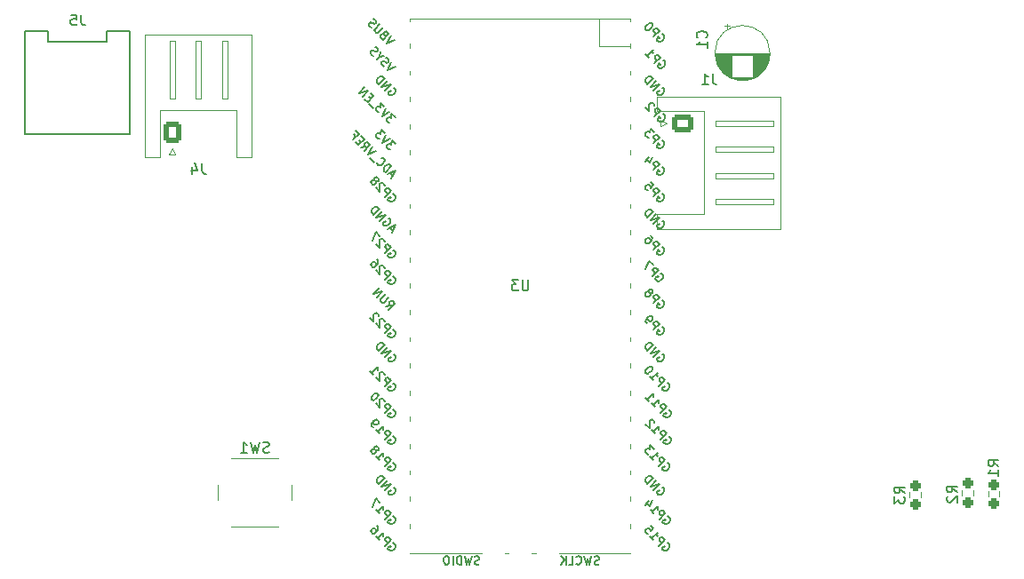
<source format=gbr>
%TF.GenerationSoftware,KiCad,Pcbnew,8.0.5*%
%TF.CreationDate,2024-10-04T09:52:44+09:00*%
%TF.ProjectId,UI__,5549fa7f-2e6b-4696-9361-645f70636258,rev?*%
%TF.SameCoordinates,Original*%
%TF.FileFunction,Legend,Bot*%
%TF.FilePolarity,Positive*%
%FSLAX46Y46*%
G04 Gerber Fmt 4.6, Leading zero omitted, Abs format (unit mm)*
G04 Created by KiCad (PCBNEW 8.0.5) date 2024-10-04 09:52:44*
%MOMM*%
%LPD*%
G01*
G04 APERTURE LIST*
G04 Aperture macros list*
%AMRoundRect*
0 Rectangle with rounded corners*
0 $1 Rounding radius*
0 $2 $3 $4 $5 $6 $7 $8 $9 X,Y pos of 4 corners*
0 Add a 4 corners polygon primitive as box body*
4,1,4,$2,$3,$4,$5,$6,$7,$8,$9,$2,$3,0*
0 Add four circle primitives for the rounded corners*
1,1,$1+$1,$2,$3*
1,1,$1+$1,$4,$5*
1,1,$1+$1,$6,$7*
1,1,$1+$1,$8,$9*
0 Add four rect primitives between the rounded corners*
20,1,$1+$1,$2,$3,$4,$5,0*
20,1,$1+$1,$4,$5,$6,$7,0*
20,1,$1+$1,$6,$7,$8,$9,0*
20,1,$1+$1,$8,$9,$2,$3,0*%
G04 Aperture macros list end*
%ADD10C,0.150000*%
%ADD11C,0.120000*%
%ADD12C,0.127000*%
%ADD13RoundRect,0.250000X0.725000X-0.600000X0.725000X0.600000X-0.725000X0.600000X-0.725000X-0.600000X0*%
%ADD14O,1.950000X1.700000*%
%ADD15O,3.000000X1.500000*%
%ADD16C,1.524000*%
%ADD17C,5.600000*%
%ADD18O,1.800000X1.800000*%
%ADD19O,1.500000X1.500000*%
%ADD20O,1.700000X1.700000*%
%ADD21R,3.500000X1.700000*%
%ADD22R,1.700000X1.700000*%
%ADD23R,1.700000X3.500000*%
%ADD24RoundRect,0.237500X-0.237500X0.250000X-0.237500X-0.250000X0.237500X-0.250000X0.237500X0.250000X0*%
%ADD25C,2.000000*%
%ADD26RoundRect,0.250000X-0.600000X-0.725000X0.600000X-0.725000X0.600000X0.725000X-0.600000X0.725000X0*%
%ADD27O,1.700000X1.950000*%
%ADD28R,1.600000X1.600000*%
%ADD29C,1.600000*%
%ADD30RoundRect,0.250000X-0.725000X0.600000X-0.725000X-0.600000X0.725000X-0.600000X0.725000X0.600000X0*%
%ADD31R,1.270000X1.270000*%
%ADD32C,1.270000*%
G04 APERTURE END LIST*
D10*
X212651904Y-96604819D02*
X212651904Y-97414342D01*
X212651904Y-97414342D02*
X212604285Y-97509580D01*
X212604285Y-97509580D02*
X212556666Y-97557200D01*
X212556666Y-97557200D02*
X212461428Y-97604819D01*
X212461428Y-97604819D02*
X212270952Y-97604819D01*
X212270952Y-97604819D02*
X212175714Y-97557200D01*
X212175714Y-97557200D02*
X212128095Y-97509580D01*
X212128095Y-97509580D02*
X212080476Y-97414342D01*
X212080476Y-97414342D02*
X212080476Y-96604819D01*
X211699523Y-96604819D02*
X211080476Y-96604819D01*
X211080476Y-96604819D02*
X211413809Y-96985771D01*
X211413809Y-96985771D02*
X211270952Y-96985771D01*
X211270952Y-96985771D02*
X211175714Y-97033390D01*
X211175714Y-97033390D02*
X211128095Y-97081009D01*
X211128095Y-97081009D02*
X211080476Y-97176247D01*
X211080476Y-97176247D02*
X211080476Y-97414342D01*
X211080476Y-97414342D02*
X211128095Y-97509580D01*
X211128095Y-97509580D02*
X211175714Y-97557200D01*
X211175714Y-97557200D02*
X211270952Y-97604819D01*
X211270952Y-97604819D02*
X211556666Y-97604819D01*
X211556666Y-97604819D02*
X211651904Y-97557200D01*
X211651904Y-97557200D02*
X211699523Y-97509580D01*
X199803564Y-116348431D02*
X199884376Y-116375368D01*
X199884376Y-116375368D02*
X199965188Y-116456180D01*
X199965188Y-116456180D02*
X200019063Y-116563930D01*
X200019063Y-116563930D02*
X200019063Y-116671680D01*
X200019063Y-116671680D02*
X199992126Y-116752492D01*
X199992126Y-116752492D02*
X199911314Y-116887179D01*
X199911314Y-116887179D02*
X199830501Y-116967991D01*
X199830501Y-116967991D02*
X199695814Y-117048803D01*
X199695814Y-117048803D02*
X199615002Y-117075741D01*
X199615002Y-117075741D02*
X199507253Y-117075741D01*
X199507253Y-117075741D02*
X199399503Y-117021866D01*
X199399503Y-117021866D02*
X199345628Y-116967991D01*
X199345628Y-116967991D02*
X199291753Y-116860241D01*
X199291753Y-116860241D02*
X199291753Y-116806367D01*
X199291753Y-116806367D02*
X199480315Y-116617805D01*
X199480315Y-116617805D02*
X199588065Y-116725554D01*
X198995442Y-116617805D02*
X199561127Y-116052119D01*
X199561127Y-116052119D02*
X198672193Y-116294556D01*
X198672193Y-116294556D02*
X199237879Y-115728871D01*
X198402819Y-116025182D02*
X198968505Y-115459497D01*
X198968505Y-115459497D02*
X198833818Y-115324810D01*
X198833818Y-115324810D02*
X198726068Y-115270935D01*
X198726068Y-115270935D02*
X198618319Y-115270935D01*
X198618319Y-115270935D02*
X198537506Y-115297872D01*
X198537506Y-115297872D02*
X198402819Y-115378685D01*
X198402819Y-115378685D02*
X198322007Y-115459497D01*
X198322007Y-115459497D02*
X198241195Y-115594184D01*
X198241195Y-115594184D02*
X198214258Y-115674996D01*
X198214258Y-115674996D02*
X198214258Y-115782746D01*
X198214258Y-115782746D02*
X198268132Y-115890495D01*
X198268132Y-115890495D02*
X198402819Y-116025182D01*
X225376627Y-101081494D02*
X225457439Y-101108431D01*
X225457439Y-101108431D02*
X225538251Y-101189243D01*
X225538251Y-101189243D02*
X225592126Y-101296993D01*
X225592126Y-101296993D02*
X225592126Y-101404742D01*
X225592126Y-101404742D02*
X225565189Y-101485555D01*
X225565189Y-101485555D02*
X225484376Y-101620242D01*
X225484376Y-101620242D02*
X225403564Y-101701054D01*
X225403564Y-101701054D02*
X225268877Y-101781866D01*
X225268877Y-101781866D02*
X225188065Y-101808803D01*
X225188065Y-101808803D02*
X225080315Y-101808803D01*
X225080315Y-101808803D02*
X224972566Y-101754929D01*
X224972566Y-101754929D02*
X224918691Y-101701054D01*
X224918691Y-101701054D02*
X224864816Y-101593304D01*
X224864816Y-101593304D02*
X224864816Y-101539429D01*
X224864816Y-101539429D02*
X225053378Y-101350868D01*
X225053378Y-101350868D02*
X225161128Y-101458617D01*
X224568505Y-101350868D02*
X225134190Y-100785182D01*
X225134190Y-100785182D02*
X224918691Y-100569683D01*
X224918691Y-100569683D02*
X224837879Y-100542746D01*
X224837879Y-100542746D02*
X224784004Y-100542746D01*
X224784004Y-100542746D02*
X224703192Y-100569683D01*
X224703192Y-100569683D02*
X224622380Y-100650495D01*
X224622380Y-100650495D02*
X224595442Y-100731307D01*
X224595442Y-100731307D02*
X224595442Y-100785182D01*
X224595442Y-100785182D02*
X224622380Y-100865994D01*
X224622380Y-100865994D02*
X224837879Y-101081494D01*
X223975882Y-100758245D02*
X223868132Y-100650495D01*
X223868132Y-100650495D02*
X223841195Y-100569683D01*
X223841195Y-100569683D02*
X223841195Y-100515808D01*
X223841195Y-100515808D02*
X223868132Y-100381121D01*
X223868132Y-100381121D02*
X223948945Y-100246434D01*
X223948945Y-100246434D02*
X224164444Y-100030935D01*
X224164444Y-100030935D02*
X224245256Y-100003998D01*
X224245256Y-100003998D02*
X224299131Y-100003998D01*
X224299131Y-100003998D02*
X224379943Y-100030935D01*
X224379943Y-100030935D02*
X224487693Y-100138685D01*
X224487693Y-100138685D02*
X224514630Y-100219497D01*
X224514630Y-100219497D02*
X224514630Y-100273372D01*
X224514630Y-100273372D02*
X224487693Y-100354184D01*
X224487693Y-100354184D02*
X224353006Y-100488871D01*
X224353006Y-100488871D02*
X224272193Y-100515808D01*
X224272193Y-100515808D02*
X224218319Y-100515808D01*
X224218319Y-100515808D02*
X224137506Y-100488871D01*
X224137506Y-100488871D02*
X224029757Y-100381121D01*
X224029757Y-100381121D02*
X224002819Y-100300309D01*
X224002819Y-100300309D02*
X224002819Y-100246434D01*
X224002819Y-100246434D02*
X224029757Y-100165622D01*
X199792001Y-88396868D02*
X199872814Y-88423805D01*
X199872814Y-88423805D02*
X199953626Y-88504618D01*
X199953626Y-88504618D02*
X200007501Y-88612367D01*
X200007501Y-88612367D02*
X200007501Y-88720117D01*
X200007501Y-88720117D02*
X199980563Y-88800929D01*
X199980563Y-88800929D02*
X199899751Y-88935616D01*
X199899751Y-88935616D02*
X199818939Y-89016428D01*
X199818939Y-89016428D02*
X199684252Y-89097241D01*
X199684252Y-89097241D02*
X199603439Y-89124178D01*
X199603439Y-89124178D02*
X199495690Y-89124178D01*
X199495690Y-89124178D02*
X199387940Y-89070303D01*
X199387940Y-89070303D02*
X199334065Y-89016428D01*
X199334065Y-89016428D02*
X199280191Y-88908679D01*
X199280191Y-88908679D02*
X199280191Y-88854804D01*
X199280191Y-88854804D02*
X199468752Y-88666242D01*
X199468752Y-88666242D02*
X199576502Y-88773992D01*
X198983879Y-88666242D02*
X199549565Y-88100557D01*
X199549565Y-88100557D02*
X199334065Y-87885057D01*
X199334065Y-87885057D02*
X199253253Y-87858120D01*
X199253253Y-87858120D02*
X199199378Y-87858120D01*
X199199378Y-87858120D02*
X199118566Y-87885057D01*
X199118566Y-87885057D02*
X199037754Y-87965870D01*
X199037754Y-87965870D02*
X199010817Y-88046682D01*
X199010817Y-88046682D02*
X199010817Y-88100557D01*
X199010817Y-88100557D02*
X199037754Y-88181369D01*
X199037754Y-88181369D02*
X199253253Y-88396868D01*
X198956942Y-87615683D02*
X198956942Y-87561809D01*
X198956942Y-87561809D02*
X198930004Y-87480996D01*
X198930004Y-87480996D02*
X198795317Y-87346309D01*
X198795317Y-87346309D02*
X198714505Y-87319372D01*
X198714505Y-87319372D02*
X198660630Y-87319372D01*
X198660630Y-87319372D02*
X198579818Y-87346309D01*
X198579818Y-87346309D02*
X198525943Y-87400184D01*
X198525943Y-87400184D02*
X198472069Y-87507934D01*
X198472069Y-87507934D02*
X198472069Y-88154431D01*
X198472069Y-88154431D02*
X198121882Y-87804245D01*
X198121882Y-87157747D02*
X198202694Y-87184685D01*
X198202694Y-87184685D02*
X198256569Y-87184685D01*
X198256569Y-87184685D02*
X198337381Y-87157747D01*
X198337381Y-87157747D02*
X198364319Y-87130810D01*
X198364319Y-87130810D02*
X198391256Y-87049998D01*
X198391256Y-87049998D02*
X198391256Y-86996123D01*
X198391256Y-86996123D02*
X198364319Y-86915311D01*
X198364319Y-86915311D02*
X198256569Y-86807561D01*
X198256569Y-86807561D02*
X198175757Y-86780624D01*
X198175757Y-86780624D02*
X198121882Y-86780624D01*
X198121882Y-86780624D02*
X198041070Y-86807561D01*
X198041070Y-86807561D02*
X198014133Y-86834499D01*
X198014133Y-86834499D02*
X197987195Y-86915311D01*
X197987195Y-86915311D02*
X197987195Y-86969186D01*
X197987195Y-86969186D02*
X198014133Y-87049998D01*
X198014133Y-87049998D02*
X198121882Y-87157747D01*
X198121882Y-87157747D02*
X198148820Y-87238560D01*
X198148820Y-87238560D02*
X198148820Y-87292434D01*
X198148820Y-87292434D02*
X198121882Y-87373247D01*
X198121882Y-87373247D02*
X198014133Y-87480996D01*
X198014133Y-87480996D02*
X197933320Y-87507934D01*
X197933320Y-87507934D02*
X197879446Y-87507934D01*
X197879446Y-87507934D02*
X197798633Y-87480996D01*
X197798633Y-87480996D02*
X197690884Y-87373247D01*
X197690884Y-87373247D02*
X197663946Y-87292434D01*
X197663946Y-87292434D02*
X197663946Y-87238560D01*
X197663946Y-87238560D02*
X197690884Y-87157747D01*
X197690884Y-87157747D02*
X197798633Y-87049998D01*
X197798633Y-87049998D02*
X197879446Y-87023060D01*
X197879446Y-87023060D02*
X197933320Y-87023060D01*
X197933320Y-87023060D02*
X198014133Y-87049998D01*
X225403564Y-103648431D02*
X225484376Y-103675368D01*
X225484376Y-103675368D02*
X225565188Y-103756180D01*
X225565188Y-103756180D02*
X225619063Y-103863930D01*
X225619063Y-103863930D02*
X225619063Y-103971680D01*
X225619063Y-103971680D02*
X225592126Y-104052492D01*
X225592126Y-104052492D02*
X225511314Y-104187179D01*
X225511314Y-104187179D02*
X225430501Y-104267991D01*
X225430501Y-104267991D02*
X225295814Y-104348803D01*
X225295814Y-104348803D02*
X225215002Y-104375741D01*
X225215002Y-104375741D02*
X225107253Y-104375741D01*
X225107253Y-104375741D02*
X224999503Y-104321866D01*
X224999503Y-104321866D02*
X224945628Y-104267991D01*
X224945628Y-104267991D02*
X224891753Y-104160241D01*
X224891753Y-104160241D02*
X224891753Y-104106367D01*
X224891753Y-104106367D02*
X225080315Y-103917805D01*
X225080315Y-103917805D02*
X225188065Y-104025554D01*
X224595442Y-103917805D02*
X225161127Y-103352119D01*
X225161127Y-103352119D02*
X224272193Y-103594556D01*
X224272193Y-103594556D02*
X224837879Y-103028871D01*
X224002819Y-103325182D02*
X224568505Y-102759497D01*
X224568505Y-102759497D02*
X224433818Y-102624810D01*
X224433818Y-102624810D02*
X224326068Y-102570935D01*
X224326068Y-102570935D02*
X224218319Y-102570935D01*
X224218319Y-102570935D02*
X224137506Y-102597872D01*
X224137506Y-102597872D02*
X224002819Y-102678685D01*
X224002819Y-102678685D02*
X223922007Y-102759497D01*
X223922007Y-102759497D02*
X223841195Y-102894184D01*
X223841195Y-102894184D02*
X223814258Y-102974996D01*
X223814258Y-102974996D02*
X223814258Y-103082746D01*
X223814258Y-103082746D02*
X223868132Y-103190495D01*
X223868132Y-103190495D02*
X224002819Y-103325182D01*
X225376627Y-85841494D02*
X225457439Y-85868431D01*
X225457439Y-85868431D02*
X225538251Y-85949243D01*
X225538251Y-85949243D02*
X225592126Y-86056993D01*
X225592126Y-86056993D02*
X225592126Y-86164742D01*
X225592126Y-86164742D02*
X225565189Y-86245555D01*
X225565189Y-86245555D02*
X225484376Y-86380242D01*
X225484376Y-86380242D02*
X225403564Y-86461054D01*
X225403564Y-86461054D02*
X225268877Y-86541866D01*
X225268877Y-86541866D02*
X225188065Y-86568803D01*
X225188065Y-86568803D02*
X225080315Y-86568803D01*
X225080315Y-86568803D02*
X224972566Y-86514929D01*
X224972566Y-86514929D02*
X224918691Y-86461054D01*
X224918691Y-86461054D02*
X224864816Y-86353304D01*
X224864816Y-86353304D02*
X224864816Y-86299429D01*
X224864816Y-86299429D02*
X225053378Y-86110868D01*
X225053378Y-86110868D02*
X225161128Y-86218617D01*
X224568505Y-86110868D02*
X225134190Y-85545182D01*
X225134190Y-85545182D02*
X224918691Y-85329683D01*
X224918691Y-85329683D02*
X224837879Y-85302746D01*
X224837879Y-85302746D02*
X224784004Y-85302746D01*
X224784004Y-85302746D02*
X224703192Y-85329683D01*
X224703192Y-85329683D02*
X224622380Y-85410495D01*
X224622380Y-85410495D02*
X224595442Y-85491307D01*
X224595442Y-85491307D02*
X224595442Y-85545182D01*
X224595442Y-85545182D02*
X224622380Y-85625994D01*
X224622380Y-85625994D02*
X224837879Y-85841494D01*
X224137506Y-84925622D02*
X223760383Y-85302746D01*
X224487693Y-84844810D02*
X224218319Y-85383558D01*
X224218319Y-85383558D02*
X223868132Y-85033372D01*
X199792001Y-93740868D02*
X199872814Y-93767805D01*
X199872814Y-93767805D02*
X199953626Y-93848618D01*
X199953626Y-93848618D02*
X200007501Y-93956367D01*
X200007501Y-93956367D02*
X200007501Y-94064117D01*
X200007501Y-94064117D02*
X199980563Y-94144929D01*
X199980563Y-94144929D02*
X199899751Y-94279616D01*
X199899751Y-94279616D02*
X199818939Y-94360428D01*
X199818939Y-94360428D02*
X199684252Y-94441241D01*
X199684252Y-94441241D02*
X199603439Y-94468178D01*
X199603439Y-94468178D02*
X199495690Y-94468178D01*
X199495690Y-94468178D02*
X199387940Y-94414303D01*
X199387940Y-94414303D02*
X199334065Y-94360428D01*
X199334065Y-94360428D02*
X199280191Y-94252679D01*
X199280191Y-94252679D02*
X199280191Y-94198804D01*
X199280191Y-94198804D02*
X199468752Y-94010242D01*
X199468752Y-94010242D02*
X199576502Y-94117992D01*
X198983879Y-94010242D02*
X199549565Y-93444557D01*
X199549565Y-93444557D02*
X199334065Y-93229057D01*
X199334065Y-93229057D02*
X199253253Y-93202120D01*
X199253253Y-93202120D02*
X199199378Y-93202120D01*
X199199378Y-93202120D02*
X199118566Y-93229057D01*
X199118566Y-93229057D02*
X199037754Y-93309870D01*
X199037754Y-93309870D02*
X199010817Y-93390682D01*
X199010817Y-93390682D02*
X199010817Y-93444557D01*
X199010817Y-93444557D02*
X199037754Y-93525369D01*
X199037754Y-93525369D02*
X199253253Y-93740868D01*
X198956942Y-92959683D02*
X198956942Y-92905809D01*
X198956942Y-92905809D02*
X198930004Y-92824996D01*
X198930004Y-92824996D02*
X198795317Y-92690309D01*
X198795317Y-92690309D02*
X198714505Y-92663372D01*
X198714505Y-92663372D02*
X198660630Y-92663372D01*
X198660630Y-92663372D02*
X198579818Y-92690309D01*
X198579818Y-92690309D02*
X198525943Y-92744184D01*
X198525943Y-92744184D02*
X198472069Y-92851934D01*
X198472069Y-92851934D02*
X198472069Y-93498431D01*
X198472069Y-93498431D02*
X198121882Y-93148245D01*
X198499006Y-92393998D02*
X198121882Y-92016874D01*
X198121882Y-92016874D02*
X197798633Y-92824996D01*
X199803564Y-103648431D02*
X199884376Y-103675368D01*
X199884376Y-103675368D02*
X199965188Y-103756180D01*
X199965188Y-103756180D02*
X200019063Y-103863930D01*
X200019063Y-103863930D02*
X200019063Y-103971680D01*
X200019063Y-103971680D02*
X199992126Y-104052492D01*
X199992126Y-104052492D02*
X199911314Y-104187179D01*
X199911314Y-104187179D02*
X199830501Y-104267991D01*
X199830501Y-104267991D02*
X199695814Y-104348803D01*
X199695814Y-104348803D02*
X199615002Y-104375741D01*
X199615002Y-104375741D02*
X199507253Y-104375741D01*
X199507253Y-104375741D02*
X199399503Y-104321866D01*
X199399503Y-104321866D02*
X199345628Y-104267991D01*
X199345628Y-104267991D02*
X199291753Y-104160241D01*
X199291753Y-104160241D02*
X199291753Y-104106367D01*
X199291753Y-104106367D02*
X199480315Y-103917805D01*
X199480315Y-103917805D02*
X199588065Y-104025554D01*
X198995442Y-103917805D02*
X199561127Y-103352119D01*
X199561127Y-103352119D02*
X198672193Y-103594556D01*
X198672193Y-103594556D02*
X199237879Y-103028871D01*
X198402819Y-103325182D02*
X198968505Y-102759497D01*
X198968505Y-102759497D02*
X198833818Y-102624810D01*
X198833818Y-102624810D02*
X198726068Y-102570935D01*
X198726068Y-102570935D02*
X198618319Y-102570935D01*
X198618319Y-102570935D02*
X198537506Y-102597872D01*
X198537506Y-102597872D02*
X198402819Y-102678685D01*
X198402819Y-102678685D02*
X198322007Y-102759497D01*
X198322007Y-102759497D02*
X198241195Y-102894184D01*
X198241195Y-102894184D02*
X198214258Y-102974996D01*
X198214258Y-102974996D02*
X198214258Y-103082746D01*
X198214258Y-103082746D02*
X198268132Y-103190495D01*
X198268132Y-103190495D02*
X198402819Y-103325182D01*
X225403564Y-90948431D02*
X225484376Y-90975368D01*
X225484376Y-90975368D02*
X225565188Y-91056180D01*
X225565188Y-91056180D02*
X225619063Y-91163930D01*
X225619063Y-91163930D02*
X225619063Y-91271680D01*
X225619063Y-91271680D02*
X225592126Y-91352492D01*
X225592126Y-91352492D02*
X225511314Y-91487179D01*
X225511314Y-91487179D02*
X225430501Y-91567991D01*
X225430501Y-91567991D02*
X225295814Y-91648803D01*
X225295814Y-91648803D02*
X225215002Y-91675741D01*
X225215002Y-91675741D02*
X225107253Y-91675741D01*
X225107253Y-91675741D02*
X224999503Y-91621866D01*
X224999503Y-91621866D02*
X224945628Y-91567991D01*
X224945628Y-91567991D02*
X224891753Y-91460241D01*
X224891753Y-91460241D02*
X224891753Y-91406367D01*
X224891753Y-91406367D02*
X225080315Y-91217805D01*
X225080315Y-91217805D02*
X225188065Y-91325554D01*
X224595442Y-91217805D02*
X225161127Y-90652119D01*
X225161127Y-90652119D02*
X224272193Y-90894556D01*
X224272193Y-90894556D02*
X224837879Y-90328871D01*
X224002819Y-90625182D02*
X224568505Y-90059497D01*
X224568505Y-90059497D02*
X224433818Y-89924810D01*
X224433818Y-89924810D02*
X224326068Y-89870935D01*
X224326068Y-89870935D02*
X224218319Y-89870935D01*
X224218319Y-89870935D02*
X224137506Y-89897872D01*
X224137506Y-89897872D02*
X224002819Y-89978685D01*
X224002819Y-89978685D02*
X223922007Y-90059497D01*
X223922007Y-90059497D02*
X223841195Y-90194184D01*
X223841195Y-90194184D02*
X223814258Y-90274996D01*
X223814258Y-90274996D02*
X223814258Y-90382746D01*
X223814258Y-90382746D02*
X223868132Y-90490495D01*
X223868132Y-90490495D02*
X224002819Y-90625182D01*
X199936593Y-73677585D02*
X199182346Y-74054709D01*
X199182346Y-74054709D02*
X199559470Y-73300462D01*
X198912972Y-73192712D02*
X198805223Y-73138838D01*
X198805223Y-73138838D02*
X198751348Y-73138838D01*
X198751348Y-73138838D02*
X198670536Y-73165775D01*
X198670536Y-73165775D02*
X198589723Y-73246587D01*
X198589723Y-73246587D02*
X198562786Y-73327399D01*
X198562786Y-73327399D02*
X198562786Y-73381274D01*
X198562786Y-73381274D02*
X198589723Y-73462086D01*
X198589723Y-73462086D02*
X198805223Y-73677586D01*
X198805223Y-73677586D02*
X199370908Y-73111900D01*
X199370908Y-73111900D02*
X199182346Y-72923338D01*
X199182346Y-72923338D02*
X199101534Y-72896401D01*
X199101534Y-72896401D02*
X199047659Y-72896401D01*
X199047659Y-72896401D02*
X198966847Y-72923338D01*
X198966847Y-72923338D02*
X198912972Y-72977213D01*
X198912972Y-72977213D02*
X198886035Y-73058025D01*
X198886035Y-73058025D02*
X198886035Y-73111900D01*
X198886035Y-73111900D02*
X198912972Y-73192712D01*
X198912972Y-73192712D02*
X199101534Y-73381274D01*
X198805223Y-72546215D02*
X198347287Y-73004151D01*
X198347287Y-73004151D02*
X198266475Y-73031088D01*
X198266475Y-73031088D02*
X198212600Y-73031088D01*
X198212600Y-73031088D02*
X198131788Y-73004151D01*
X198131788Y-73004151D02*
X198024038Y-72896401D01*
X198024038Y-72896401D02*
X197997101Y-72815589D01*
X197997101Y-72815589D02*
X197997101Y-72761714D01*
X197997101Y-72761714D02*
X198024038Y-72680902D01*
X198024038Y-72680902D02*
X198481974Y-72222966D01*
X197700789Y-72519277D02*
X197593040Y-72465403D01*
X197593040Y-72465403D02*
X197458353Y-72330716D01*
X197458353Y-72330716D02*
X197431415Y-72249903D01*
X197431415Y-72249903D02*
X197431415Y-72196029D01*
X197431415Y-72196029D02*
X197458353Y-72115216D01*
X197458353Y-72115216D02*
X197512228Y-72061342D01*
X197512228Y-72061342D02*
X197593040Y-72034404D01*
X197593040Y-72034404D02*
X197646915Y-72034404D01*
X197646915Y-72034404D02*
X197727727Y-72061342D01*
X197727727Y-72061342D02*
X197862414Y-72142154D01*
X197862414Y-72142154D02*
X197943226Y-72169091D01*
X197943226Y-72169091D02*
X197997101Y-72169091D01*
X197997101Y-72169091D02*
X198077913Y-72142154D01*
X198077913Y-72142154D02*
X198131788Y-72088279D01*
X198131788Y-72088279D02*
X198158725Y-72007467D01*
X198158725Y-72007467D02*
X198158725Y-71953592D01*
X198158725Y-71953592D02*
X198131788Y-71872780D01*
X198131788Y-71872780D02*
X197997101Y-71738093D01*
X197997101Y-71738093D02*
X197889351Y-71684218D01*
X225376627Y-88381494D02*
X225457439Y-88408431D01*
X225457439Y-88408431D02*
X225538251Y-88489243D01*
X225538251Y-88489243D02*
X225592126Y-88596993D01*
X225592126Y-88596993D02*
X225592126Y-88704742D01*
X225592126Y-88704742D02*
X225565189Y-88785555D01*
X225565189Y-88785555D02*
X225484376Y-88920242D01*
X225484376Y-88920242D02*
X225403564Y-89001054D01*
X225403564Y-89001054D02*
X225268877Y-89081866D01*
X225268877Y-89081866D02*
X225188065Y-89108803D01*
X225188065Y-89108803D02*
X225080315Y-89108803D01*
X225080315Y-89108803D02*
X224972566Y-89054929D01*
X224972566Y-89054929D02*
X224918691Y-89001054D01*
X224918691Y-89001054D02*
X224864816Y-88893304D01*
X224864816Y-88893304D02*
X224864816Y-88839429D01*
X224864816Y-88839429D02*
X225053378Y-88650868D01*
X225053378Y-88650868D02*
X225161128Y-88758617D01*
X224568505Y-88650868D02*
X225134190Y-88085182D01*
X225134190Y-88085182D02*
X224918691Y-87869683D01*
X224918691Y-87869683D02*
X224837879Y-87842746D01*
X224837879Y-87842746D02*
X224784004Y-87842746D01*
X224784004Y-87842746D02*
X224703192Y-87869683D01*
X224703192Y-87869683D02*
X224622380Y-87950495D01*
X224622380Y-87950495D02*
X224595442Y-88031307D01*
X224595442Y-88031307D02*
X224595442Y-88085182D01*
X224595442Y-88085182D02*
X224622380Y-88165994D01*
X224622380Y-88165994D02*
X224837879Y-88381494D01*
X224299131Y-87250123D02*
X224568505Y-87519497D01*
X224568505Y-87519497D02*
X224326068Y-87815808D01*
X224326068Y-87815808D02*
X224326068Y-87761933D01*
X224326068Y-87761933D02*
X224299131Y-87681121D01*
X224299131Y-87681121D02*
X224164444Y-87546434D01*
X224164444Y-87546434D02*
X224083632Y-87519497D01*
X224083632Y-87519497D02*
X224029757Y-87519497D01*
X224029757Y-87519497D02*
X223948945Y-87546434D01*
X223948945Y-87546434D02*
X223814258Y-87681121D01*
X223814258Y-87681121D02*
X223787320Y-87761933D01*
X223787320Y-87761933D02*
X223787320Y-87815808D01*
X223787320Y-87815808D02*
X223814258Y-87896620D01*
X223814258Y-87896620D02*
X223948945Y-88031307D01*
X223948945Y-88031307D02*
X224029757Y-88058245D01*
X224029757Y-88058245D02*
X224083632Y-88058245D01*
X199792001Y-108970868D02*
X199872814Y-108997805D01*
X199872814Y-108997805D02*
X199953626Y-109078618D01*
X199953626Y-109078618D02*
X200007501Y-109186367D01*
X200007501Y-109186367D02*
X200007501Y-109294117D01*
X200007501Y-109294117D02*
X199980563Y-109374929D01*
X199980563Y-109374929D02*
X199899751Y-109509616D01*
X199899751Y-109509616D02*
X199818939Y-109590428D01*
X199818939Y-109590428D02*
X199684252Y-109671241D01*
X199684252Y-109671241D02*
X199603439Y-109698178D01*
X199603439Y-109698178D02*
X199495690Y-109698178D01*
X199495690Y-109698178D02*
X199387940Y-109644303D01*
X199387940Y-109644303D02*
X199334065Y-109590428D01*
X199334065Y-109590428D02*
X199280191Y-109482679D01*
X199280191Y-109482679D02*
X199280191Y-109428804D01*
X199280191Y-109428804D02*
X199468752Y-109240242D01*
X199468752Y-109240242D02*
X199576502Y-109347992D01*
X198983879Y-109240242D02*
X199549565Y-108674557D01*
X199549565Y-108674557D02*
X199334065Y-108459057D01*
X199334065Y-108459057D02*
X199253253Y-108432120D01*
X199253253Y-108432120D02*
X199199378Y-108432120D01*
X199199378Y-108432120D02*
X199118566Y-108459057D01*
X199118566Y-108459057D02*
X199037754Y-108539870D01*
X199037754Y-108539870D02*
X199010817Y-108620682D01*
X199010817Y-108620682D02*
X199010817Y-108674557D01*
X199010817Y-108674557D02*
X199037754Y-108755369D01*
X199037754Y-108755369D02*
X199253253Y-108970868D01*
X198956942Y-108189683D02*
X198956942Y-108135809D01*
X198956942Y-108135809D02*
X198930004Y-108054996D01*
X198930004Y-108054996D02*
X198795317Y-107920309D01*
X198795317Y-107920309D02*
X198714505Y-107893372D01*
X198714505Y-107893372D02*
X198660630Y-107893372D01*
X198660630Y-107893372D02*
X198579818Y-107920309D01*
X198579818Y-107920309D02*
X198525943Y-107974184D01*
X198525943Y-107974184D02*
X198472069Y-108081934D01*
X198472069Y-108081934D02*
X198472069Y-108728431D01*
X198472069Y-108728431D02*
X198121882Y-108378245D01*
X198337381Y-107462373D02*
X198283507Y-107408499D01*
X198283507Y-107408499D02*
X198202694Y-107381561D01*
X198202694Y-107381561D02*
X198148820Y-107381561D01*
X198148820Y-107381561D02*
X198068007Y-107408499D01*
X198068007Y-107408499D02*
X197933320Y-107489311D01*
X197933320Y-107489311D02*
X197798633Y-107623998D01*
X197798633Y-107623998D02*
X197717821Y-107758685D01*
X197717821Y-107758685D02*
X197690884Y-107839497D01*
X197690884Y-107839497D02*
X197690884Y-107893372D01*
X197690884Y-107893372D02*
X197717821Y-107974184D01*
X197717821Y-107974184D02*
X197771696Y-108028059D01*
X197771696Y-108028059D02*
X197852508Y-108054996D01*
X197852508Y-108054996D02*
X197906383Y-108054996D01*
X197906383Y-108054996D02*
X197987195Y-108028059D01*
X197987195Y-108028059D02*
X198121882Y-107947247D01*
X198121882Y-107947247D02*
X198256569Y-107812560D01*
X198256569Y-107812560D02*
X198337381Y-107677873D01*
X198337381Y-107677873D02*
X198364319Y-107597060D01*
X198364319Y-107597060D02*
X198364319Y-107543186D01*
X198364319Y-107543186D02*
X198337381Y-107462373D01*
X225900001Y-114050868D02*
X225980814Y-114077805D01*
X225980814Y-114077805D02*
X226061626Y-114158618D01*
X226061626Y-114158618D02*
X226115501Y-114266367D01*
X226115501Y-114266367D02*
X226115501Y-114374117D01*
X226115501Y-114374117D02*
X226088563Y-114454929D01*
X226088563Y-114454929D02*
X226007751Y-114589616D01*
X226007751Y-114589616D02*
X225926939Y-114670428D01*
X225926939Y-114670428D02*
X225792252Y-114751241D01*
X225792252Y-114751241D02*
X225711439Y-114778178D01*
X225711439Y-114778178D02*
X225603690Y-114778178D01*
X225603690Y-114778178D02*
X225495940Y-114724303D01*
X225495940Y-114724303D02*
X225442065Y-114670428D01*
X225442065Y-114670428D02*
X225388191Y-114562679D01*
X225388191Y-114562679D02*
X225388191Y-114508804D01*
X225388191Y-114508804D02*
X225576752Y-114320242D01*
X225576752Y-114320242D02*
X225684502Y-114427992D01*
X225091879Y-114320242D02*
X225657565Y-113754557D01*
X225657565Y-113754557D02*
X225442065Y-113539057D01*
X225442065Y-113539057D02*
X225361253Y-113512120D01*
X225361253Y-113512120D02*
X225307378Y-113512120D01*
X225307378Y-113512120D02*
X225226566Y-113539057D01*
X225226566Y-113539057D02*
X225145754Y-113619870D01*
X225145754Y-113619870D02*
X225118817Y-113700682D01*
X225118817Y-113700682D02*
X225118817Y-113754557D01*
X225118817Y-113754557D02*
X225145754Y-113835369D01*
X225145754Y-113835369D02*
X225361253Y-114050868D01*
X224229882Y-113458245D02*
X224553131Y-113781494D01*
X224391507Y-113619870D02*
X224957192Y-113054184D01*
X224957192Y-113054184D02*
X224930255Y-113188871D01*
X224930255Y-113188871D02*
X224930255Y-113296621D01*
X224930255Y-113296621D02*
X224957192Y-113377433D01*
X224607006Y-112703998D02*
X224256820Y-112353812D01*
X224256820Y-112353812D02*
X224229882Y-112757873D01*
X224229882Y-112757873D02*
X224149070Y-112677060D01*
X224149070Y-112677060D02*
X224068258Y-112650123D01*
X224068258Y-112650123D02*
X224014383Y-112650123D01*
X224014383Y-112650123D02*
X223933571Y-112677060D01*
X223933571Y-112677060D02*
X223798884Y-112811747D01*
X223798884Y-112811747D02*
X223771946Y-112892560D01*
X223771946Y-112892560D02*
X223771946Y-112946434D01*
X223771946Y-112946434D02*
X223798884Y-113027247D01*
X223798884Y-113027247D02*
X223960508Y-113188871D01*
X223960508Y-113188871D02*
X224041320Y-113215808D01*
X224041320Y-113215808D02*
X224095195Y-113215808D01*
X225376627Y-93461494D02*
X225457439Y-93488431D01*
X225457439Y-93488431D02*
X225538251Y-93569243D01*
X225538251Y-93569243D02*
X225592126Y-93676993D01*
X225592126Y-93676993D02*
X225592126Y-93784742D01*
X225592126Y-93784742D02*
X225565189Y-93865555D01*
X225565189Y-93865555D02*
X225484376Y-94000242D01*
X225484376Y-94000242D02*
X225403564Y-94081054D01*
X225403564Y-94081054D02*
X225268877Y-94161866D01*
X225268877Y-94161866D02*
X225188065Y-94188803D01*
X225188065Y-94188803D02*
X225080315Y-94188803D01*
X225080315Y-94188803D02*
X224972566Y-94134929D01*
X224972566Y-94134929D02*
X224918691Y-94081054D01*
X224918691Y-94081054D02*
X224864816Y-93973304D01*
X224864816Y-93973304D02*
X224864816Y-93919429D01*
X224864816Y-93919429D02*
X225053378Y-93730868D01*
X225053378Y-93730868D02*
X225161128Y-93838617D01*
X224568505Y-93730868D02*
X225134190Y-93165182D01*
X225134190Y-93165182D02*
X224918691Y-92949683D01*
X224918691Y-92949683D02*
X224837879Y-92922746D01*
X224837879Y-92922746D02*
X224784004Y-92922746D01*
X224784004Y-92922746D02*
X224703192Y-92949683D01*
X224703192Y-92949683D02*
X224622380Y-93030495D01*
X224622380Y-93030495D02*
X224595442Y-93111307D01*
X224595442Y-93111307D02*
X224595442Y-93165182D01*
X224595442Y-93165182D02*
X224622380Y-93245994D01*
X224622380Y-93245994D02*
X224837879Y-93461494D01*
X224326068Y-92357060D02*
X224433818Y-92464810D01*
X224433818Y-92464810D02*
X224460755Y-92545622D01*
X224460755Y-92545622D02*
X224460755Y-92599497D01*
X224460755Y-92599497D02*
X224433818Y-92734184D01*
X224433818Y-92734184D02*
X224353006Y-92868871D01*
X224353006Y-92868871D02*
X224137506Y-93084370D01*
X224137506Y-93084370D02*
X224056694Y-93111307D01*
X224056694Y-93111307D02*
X224002819Y-93111307D01*
X224002819Y-93111307D02*
X223922007Y-93084370D01*
X223922007Y-93084370D02*
X223814258Y-92976620D01*
X223814258Y-92976620D02*
X223787320Y-92895808D01*
X223787320Y-92895808D02*
X223787320Y-92841933D01*
X223787320Y-92841933D02*
X223814258Y-92761121D01*
X223814258Y-92761121D02*
X223948945Y-92626434D01*
X223948945Y-92626434D02*
X224029757Y-92599497D01*
X224029757Y-92599497D02*
X224083632Y-92599497D01*
X224083632Y-92599497D02*
X224164444Y-92626434D01*
X224164444Y-92626434D02*
X224272193Y-92734184D01*
X224272193Y-92734184D02*
X224299131Y-92814996D01*
X224299131Y-92814996D02*
X224299131Y-92868871D01*
X224299131Y-92868871D02*
X224272193Y-92949683D01*
X199967592Y-81108584D02*
X199617406Y-80758398D01*
X199617406Y-80758398D02*
X199590468Y-81162459D01*
X199590468Y-81162459D02*
X199509656Y-81081646D01*
X199509656Y-81081646D02*
X199428844Y-81054709D01*
X199428844Y-81054709D02*
X199374969Y-81054709D01*
X199374969Y-81054709D02*
X199294157Y-81081646D01*
X199294157Y-81081646D02*
X199159470Y-81216333D01*
X199159470Y-81216333D02*
X199132532Y-81297146D01*
X199132532Y-81297146D02*
X199132532Y-81351020D01*
X199132532Y-81351020D02*
X199159470Y-81431833D01*
X199159470Y-81431833D02*
X199321094Y-81593457D01*
X199321094Y-81593457D02*
X199401906Y-81620394D01*
X199401906Y-81620394D02*
X199455781Y-81620394D01*
X199455781Y-80596773D02*
X198701534Y-80973897D01*
X198701534Y-80973897D02*
X199078657Y-80219649D01*
X198943971Y-80084963D02*
X198593784Y-79734776D01*
X198593784Y-79734776D02*
X198566847Y-80138837D01*
X198566847Y-80138837D02*
X198486035Y-80058025D01*
X198486035Y-80058025D02*
X198405223Y-80031088D01*
X198405223Y-80031088D02*
X198351348Y-80031088D01*
X198351348Y-80031088D02*
X198270535Y-80058025D01*
X198270535Y-80058025D02*
X198135848Y-80192712D01*
X198135848Y-80192712D02*
X198108911Y-80273524D01*
X198108911Y-80273524D02*
X198108911Y-80327399D01*
X198108911Y-80327399D02*
X198135848Y-80408211D01*
X198135848Y-80408211D02*
X198297473Y-80569836D01*
X198297473Y-80569836D02*
X198378285Y-80596773D01*
X198378285Y-80596773D02*
X198432160Y-80596773D01*
X197866474Y-80246587D02*
X197435476Y-79815588D01*
X197650975Y-79330715D02*
X197462413Y-79142153D01*
X197085290Y-79357652D02*
X197354664Y-79627026D01*
X197354664Y-79627026D02*
X197920349Y-79061341D01*
X197920349Y-79061341D02*
X197650975Y-78791967D01*
X196842853Y-79115215D02*
X197408538Y-78549530D01*
X197408538Y-78549530D02*
X196519604Y-78791967D01*
X196519604Y-78791967D02*
X197085289Y-78226281D01*
X199792001Y-106440868D02*
X199872814Y-106467805D01*
X199872814Y-106467805D02*
X199953626Y-106548618D01*
X199953626Y-106548618D02*
X200007501Y-106656367D01*
X200007501Y-106656367D02*
X200007501Y-106764117D01*
X200007501Y-106764117D02*
X199980563Y-106844929D01*
X199980563Y-106844929D02*
X199899751Y-106979616D01*
X199899751Y-106979616D02*
X199818939Y-107060428D01*
X199818939Y-107060428D02*
X199684252Y-107141241D01*
X199684252Y-107141241D02*
X199603439Y-107168178D01*
X199603439Y-107168178D02*
X199495690Y-107168178D01*
X199495690Y-107168178D02*
X199387940Y-107114303D01*
X199387940Y-107114303D02*
X199334065Y-107060428D01*
X199334065Y-107060428D02*
X199280191Y-106952679D01*
X199280191Y-106952679D02*
X199280191Y-106898804D01*
X199280191Y-106898804D02*
X199468752Y-106710242D01*
X199468752Y-106710242D02*
X199576502Y-106817992D01*
X198983879Y-106710242D02*
X199549565Y-106144557D01*
X199549565Y-106144557D02*
X199334065Y-105929057D01*
X199334065Y-105929057D02*
X199253253Y-105902120D01*
X199253253Y-105902120D02*
X199199378Y-105902120D01*
X199199378Y-105902120D02*
X199118566Y-105929057D01*
X199118566Y-105929057D02*
X199037754Y-106009870D01*
X199037754Y-106009870D02*
X199010817Y-106090682D01*
X199010817Y-106090682D02*
X199010817Y-106144557D01*
X199010817Y-106144557D02*
X199037754Y-106225369D01*
X199037754Y-106225369D02*
X199253253Y-106440868D01*
X198956942Y-105659683D02*
X198956942Y-105605809D01*
X198956942Y-105605809D02*
X198930004Y-105524996D01*
X198930004Y-105524996D02*
X198795317Y-105390309D01*
X198795317Y-105390309D02*
X198714505Y-105363372D01*
X198714505Y-105363372D02*
X198660630Y-105363372D01*
X198660630Y-105363372D02*
X198579818Y-105390309D01*
X198579818Y-105390309D02*
X198525943Y-105444184D01*
X198525943Y-105444184D02*
X198472069Y-105551934D01*
X198472069Y-105551934D02*
X198472069Y-106198431D01*
X198472069Y-106198431D02*
X198121882Y-105848245D01*
X197583134Y-105309497D02*
X197906383Y-105632746D01*
X197744759Y-105471121D02*
X198310444Y-104905436D01*
X198310444Y-104905436D02*
X198283507Y-105040123D01*
X198283507Y-105040123D02*
X198283507Y-105147873D01*
X198283507Y-105147873D02*
X198310444Y-105228685D01*
X225900001Y-106430868D02*
X225980814Y-106457805D01*
X225980814Y-106457805D02*
X226061626Y-106538618D01*
X226061626Y-106538618D02*
X226115501Y-106646367D01*
X226115501Y-106646367D02*
X226115501Y-106754117D01*
X226115501Y-106754117D02*
X226088563Y-106834929D01*
X226088563Y-106834929D02*
X226007751Y-106969616D01*
X226007751Y-106969616D02*
X225926939Y-107050428D01*
X225926939Y-107050428D02*
X225792252Y-107131241D01*
X225792252Y-107131241D02*
X225711439Y-107158178D01*
X225711439Y-107158178D02*
X225603690Y-107158178D01*
X225603690Y-107158178D02*
X225495940Y-107104303D01*
X225495940Y-107104303D02*
X225442065Y-107050428D01*
X225442065Y-107050428D02*
X225388191Y-106942679D01*
X225388191Y-106942679D02*
X225388191Y-106888804D01*
X225388191Y-106888804D02*
X225576752Y-106700242D01*
X225576752Y-106700242D02*
X225684502Y-106807992D01*
X225091879Y-106700242D02*
X225657565Y-106134557D01*
X225657565Y-106134557D02*
X225442065Y-105919057D01*
X225442065Y-105919057D02*
X225361253Y-105892120D01*
X225361253Y-105892120D02*
X225307378Y-105892120D01*
X225307378Y-105892120D02*
X225226566Y-105919057D01*
X225226566Y-105919057D02*
X225145754Y-105999870D01*
X225145754Y-105999870D02*
X225118817Y-106080682D01*
X225118817Y-106080682D02*
X225118817Y-106134557D01*
X225118817Y-106134557D02*
X225145754Y-106215369D01*
X225145754Y-106215369D02*
X225361253Y-106430868D01*
X224229882Y-105838245D02*
X224553131Y-106161494D01*
X224391507Y-105999870D02*
X224957192Y-105434184D01*
X224957192Y-105434184D02*
X224930255Y-105568871D01*
X224930255Y-105568871D02*
X224930255Y-105676621D01*
X224930255Y-105676621D02*
X224957192Y-105757433D01*
X224445381Y-104922373D02*
X224391507Y-104868499D01*
X224391507Y-104868499D02*
X224310694Y-104841561D01*
X224310694Y-104841561D02*
X224256820Y-104841561D01*
X224256820Y-104841561D02*
X224176007Y-104868499D01*
X224176007Y-104868499D02*
X224041320Y-104949311D01*
X224041320Y-104949311D02*
X223906633Y-105083998D01*
X223906633Y-105083998D02*
X223825821Y-105218685D01*
X223825821Y-105218685D02*
X223798884Y-105299497D01*
X223798884Y-105299497D02*
X223798884Y-105353372D01*
X223798884Y-105353372D02*
X223825821Y-105434184D01*
X223825821Y-105434184D02*
X223879696Y-105488059D01*
X223879696Y-105488059D02*
X223960508Y-105514996D01*
X223960508Y-105514996D02*
X224014383Y-105514996D01*
X224014383Y-105514996D02*
X224095195Y-105488059D01*
X224095195Y-105488059D02*
X224229882Y-105407247D01*
X224229882Y-105407247D02*
X224364569Y-105272560D01*
X224364569Y-105272560D02*
X224445381Y-105137873D01*
X224445381Y-105137873D02*
X224472319Y-105057060D01*
X224472319Y-105057060D02*
X224472319Y-105003186D01*
X224472319Y-105003186D02*
X224445381Y-104922373D01*
X225376627Y-73141494D02*
X225457439Y-73168431D01*
X225457439Y-73168431D02*
X225538251Y-73249243D01*
X225538251Y-73249243D02*
X225592126Y-73356993D01*
X225592126Y-73356993D02*
X225592126Y-73464742D01*
X225592126Y-73464742D02*
X225565189Y-73545555D01*
X225565189Y-73545555D02*
X225484376Y-73680242D01*
X225484376Y-73680242D02*
X225403564Y-73761054D01*
X225403564Y-73761054D02*
X225268877Y-73841866D01*
X225268877Y-73841866D02*
X225188065Y-73868803D01*
X225188065Y-73868803D02*
X225080315Y-73868803D01*
X225080315Y-73868803D02*
X224972566Y-73814929D01*
X224972566Y-73814929D02*
X224918691Y-73761054D01*
X224918691Y-73761054D02*
X224864816Y-73653304D01*
X224864816Y-73653304D02*
X224864816Y-73599429D01*
X224864816Y-73599429D02*
X225053378Y-73410868D01*
X225053378Y-73410868D02*
X225161128Y-73518617D01*
X224568505Y-73410868D02*
X225134190Y-72845182D01*
X225134190Y-72845182D02*
X224918691Y-72629683D01*
X224918691Y-72629683D02*
X224837879Y-72602746D01*
X224837879Y-72602746D02*
X224784004Y-72602746D01*
X224784004Y-72602746D02*
X224703192Y-72629683D01*
X224703192Y-72629683D02*
X224622380Y-72710495D01*
X224622380Y-72710495D02*
X224595442Y-72791307D01*
X224595442Y-72791307D02*
X224595442Y-72845182D01*
X224595442Y-72845182D02*
X224622380Y-72925994D01*
X224622380Y-72925994D02*
X224837879Y-73141494D01*
X224460755Y-72171747D02*
X224406880Y-72117872D01*
X224406880Y-72117872D02*
X224326068Y-72090935D01*
X224326068Y-72090935D02*
X224272193Y-72090935D01*
X224272193Y-72090935D02*
X224191381Y-72117872D01*
X224191381Y-72117872D02*
X224056694Y-72198685D01*
X224056694Y-72198685D02*
X223922007Y-72333372D01*
X223922007Y-72333372D02*
X223841195Y-72468059D01*
X223841195Y-72468059D02*
X223814258Y-72548871D01*
X223814258Y-72548871D02*
X223814258Y-72602746D01*
X223814258Y-72602746D02*
X223841195Y-72683558D01*
X223841195Y-72683558D02*
X223895070Y-72737433D01*
X223895070Y-72737433D02*
X223975882Y-72764370D01*
X223975882Y-72764370D02*
X224029757Y-72764370D01*
X224029757Y-72764370D02*
X224110569Y-72737433D01*
X224110569Y-72737433D02*
X224245256Y-72656620D01*
X224245256Y-72656620D02*
X224379943Y-72521933D01*
X224379943Y-72521933D02*
X224460755Y-72387246D01*
X224460755Y-72387246D02*
X224487693Y-72306434D01*
X224487693Y-72306434D02*
X224487693Y-72252559D01*
X224487693Y-72252559D02*
X224460755Y-72171747D01*
X225476627Y-75671494D02*
X225557439Y-75698431D01*
X225557439Y-75698431D02*
X225638251Y-75779243D01*
X225638251Y-75779243D02*
X225692126Y-75886993D01*
X225692126Y-75886993D02*
X225692126Y-75994742D01*
X225692126Y-75994742D02*
X225665189Y-76075555D01*
X225665189Y-76075555D02*
X225584376Y-76210242D01*
X225584376Y-76210242D02*
X225503564Y-76291054D01*
X225503564Y-76291054D02*
X225368877Y-76371866D01*
X225368877Y-76371866D02*
X225288065Y-76398803D01*
X225288065Y-76398803D02*
X225180315Y-76398803D01*
X225180315Y-76398803D02*
X225072566Y-76344929D01*
X225072566Y-76344929D02*
X225018691Y-76291054D01*
X225018691Y-76291054D02*
X224964816Y-76183304D01*
X224964816Y-76183304D02*
X224964816Y-76129429D01*
X224964816Y-76129429D02*
X225153378Y-75940868D01*
X225153378Y-75940868D02*
X225261128Y-76048617D01*
X224668505Y-75940868D02*
X225234190Y-75375182D01*
X225234190Y-75375182D02*
X225018691Y-75159683D01*
X225018691Y-75159683D02*
X224937879Y-75132746D01*
X224937879Y-75132746D02*
X224884004Y-75132746D01*
X224884004Y-75132746D02*
X224803192Y-75159683D01*
X224803192Y-75159683D02*
X224722380Y-75240495D01*
X224722380Y-75240495D02*
X224695442Y-75321307D01*
X224695442Y-75321307D02*
X224695442Y-75375182D01*
X224695442Y-75375182D02*
X224722380Y-75455994D01*
X224722380Y-75455994D02*
X224937879Y-75671494D01*
X223806508Y-75078871D02*
X224129757Y-75402120D01*
X223968132Y-75240495D02*
X224533818Y-74674810D01*
X224533818Y-74674810D02*
X224506880Y-74809497D01*
X224506880Y-74809497D02*
X224506880Y-74917246D01*
X224506880Y-74917246D02*
X224533818Y-74998059D01*
X199738126Y-91891240D02*
X199468752Y-91621866D01*
X199630376Y-92106739D02*
X200007500Y-91352492D01*
X200007500Y-91352492D02*
X199253253Y-91729615D01*
X199307128Y-90705994D02*
X199387940Y-90732932D01*
X199387940Y-90732932D02*
X199468752Y-90813744D01*
X199468752Y-90813744D02*
X199522627Y-90921494D01*
X199522627Y-90921494D02*
X199522627Y-91029243D01*
X199522627Y-91029243D02*
X199495689Y-91110055D01*
X199495689Y-91110055D02*
X199414877Y-91244742D01*
X199414877Y-91244742D02*
X199334065Y-91325555D01*
X199334065Y-91325555D02*
X199199378Y-91406367D01*
X199199378Y-91406367D02*
X199118566Y-91433304D01*
X199118566Y-91433304D02*
X199010816Y-91433304D01*
X199010816Y-91433304D02*
X198903067Y-91379429D01*
X198903067Y-91379429D02*
X198849192Y-91325555D01*
X198849192Y-91325555D02*
X198795317Y-91217805D01*
X198795317Y-91217805D02*
X198795317Y-91163930D01*
X198795317Y-91163930D02*
X198983879Y-90975368D01*
X198983879Y-90975368D02*
X199091628Y-91083118D01*
X198499006Y-90975368D02*
X199064691Y-90409683D01*
X199064691Y-90409683D02*
X198175757Y-90652120D01*
X198175757Y-90652120D02*
X198741442Y-90086434D01*
X197906383Y-90382746D02*
X198472068Y-89817060D01*
X198472068Y-89817060D02*
X198337381Y-89682373D01*
X198337381Y-89682373D02*
X198229632Y-89628498D01*
X198229632Y-89628498D02*
X198121882Y-89628498D01*
X198121882Y-89628498D02*
X198041070Y-89655436D01*
X198041070Y-89655436D02*
X197906383Y-89736248D01*
X197906383Y-89736248D02*
X197825571Y-89817060D01*
X197825571Y-89817060D02*
X197744758Y-89951747D01*
X197744758Y-89951747D02*
X197717821Y-90032560D01*
X197717821Y-90032560D02*
X197717821Y-90140309D01*
X197717821Y-90140309D02*
X197771696Y-90248059D01*
X197771696Y-90248059D02*
X197906383Y-90382746D01*
X199734935Y-86684049D02*
X199465561Y-86414675D01*
X199627186Y-86899549D02*
X200004309Y-86145301D01*
X200004309Y-86145301D02*
X199250062Y-86522425D01*
X199061500Y-86333863D02*
X199627186Y-85768178D01*
X199627186Y-85768178D02*
X199492499Y-85633491D01*
X199492499Y-85633491D02*
X199384749Y-85579616D01*
X199384749Y-85579616D02*
X199277000Y-85579616D01*
X199277000Y-85579616D02*
X199196187Y-85606553D01*
X199196187Y-85606553D02*
X199061500Y-85687366D01*
X199061500Y-85687366D02*
X198980688Y-85768178D01*
X198980688Y-85768178D02*
X198899876Y-85902865D01*
X198899876Y-85902865D02*
X198872939Y-85983677D01*
X198872939Y-85983677D02*
X198872939Y-86091427D01*
X198872939Y-86091427D02*
X198926813Y-86199176D01*
X198926813Y-86199176D02*
X199061500Y-86333863D01*
X198226441Y-85391054D02*
X198226441Y-85444929D01*
X198226441Y-85444929D02*
X198280316Y-85552679D01*
X198280316Y-85552679D02*
X198334191Y-85606553D01*
X198334191Y-85606553D02*
X198441940Y-85660428D01*
X198441940Y-85660428D02*
X198549690Y-85660428D01*
X198549690Y-85660428D02*
X198630502Y-85633491D01*
X198630502Y-85633491D02*
X198765189Y-85552679D01*
X198765189Y-85552679D02*
X198846001Y-85471866D01*
X198846001Y-85471866D02*
X198926813Y-85337179D01*
X198926813Y-85337179D02*
X198953751Y-85256367D01*
X198953751Y-85256367D02*
X198953751Y-85148618D01*
X198953751Y-85148618D02*
X198899876Y-85040868D01*
X198899876Y-85040868D02*
X198846001Y-84986993D01*
X198846001Y-84986993D02*
X198738252Y-84933118D01*
X198738252Y-84933118D02*
X198684377Y-84933118D01*
X198010942Y-85391054D02*
X197579943Y-84960056D01*
X198145629Y-84286621D02*
X197391381Y-84663744D01*
X197391381Y-84663744D02*
X197768505Y-83909497D01*
X196691009Y-83963372D02*
X197148945Y-83882560D01*
X197014258Y-84286621D02*
X197579943Y-83720935D01*
X197579943Y-83720935D02*
X197364444Y-83505436D01*
X197364444Y-83505436D02*
X197283632Y-83478499D01*
X197283632Y-83478499D02*
X197229757Y-83478499D01*
X197229757Y-83478499D02*
X197148945Y-83505436D01*
X197148945Y-83505436D02*
X197068133Y-83586248D01*
X197068133Y-83586248D02*
X197041195Y-83667061D01*
X197041195Y-83667061D02*
X197041195Y-83720935D01*
X197041195Y-83720935D02*
X197068133Y-83801748D01*
X197068133Y-83801748D02*
X197283632Y-84017247D01*
X196744884Y-83424624D02*
X196556322Y-83236062D01*
X196179199Y-83451561D02*
X196448573Y-83720935D01*
X196448573Y-83720935D02*
X197014258Y-83155250D01*
X197014258Y-83155250D02*
X196744884Y-82885876D01*
X196044511Y-82724251D02*
X196233073Y-82912813D01*
X195936762Y-83209125D02*
X196502447Y-82643439D01*
X196502447Y-82643439D02*
X196233073Y-82374065D01*
X199969250Y-76220242D02*
X199215003Y-76597366D01*
X199215003Y-76597366D02*
X199592126Y-75843118D01*
X198891754Y-76220242D02*
X198784004Y-76166367D01*
X198784004Y-76166367D02*
X198649317Y-76031680D01*
X198649317Y-76031680D02*
X198622380Y-75950868D01*
X198622380Y-75950868D02*
X198622380Y-75896993D01*
X198622380Y-75896993D02*
X198649317Y-75816181D01*
X198649317Y-75816181D02*
X198703192Y-75762306D01*
X198703192Y-75762306D02*
X198784004Y-75735369D01*
X198784004Y-75735369D02*
X198837879Y-75735369D01*
X198837879Y-75735369D02*
X198918691Y-75762306D01*
X198918691Y-75762306D02*
X199053378Y-75843118D01*
X199053378Y-75843118D02*
X199134191Y-75870056D01*
X199134191Y-75870056D02*
X199188065Y-75870056D01*
X199188065Y-75870056D02*
X199268878Y-75843118D01*
X199268878Y-75843118D02*
X199322752Y-75789244D01*
X199322752Y-75789244D02*
X199349690Y-75708431D01*
X199349690Y-75708431D02*
X199349690Y-75654557D01*
X199349690Y-75654557D02*
X199322752Y-75573744D01*
X199322752Y-75573744D02*
X199188065Y-75439057D01*
X199188065Y-75439057D02*
X199080316Y-75385183D01*
X198460755Y-75304370D02*
X198191381Y-75573744D01*
X198945629Y-75196621D02*
X198460755Y-75304370D01*
X198460755Y-75304370D02*
X198568505Y-74819497D01*
X197868133Y-75196621D02*
X197760383Y-75142746D01*
X197760383Y-75142746D02*
X197625696Y-75008059D01*
X197625696Y-75008059D02*
X197598759Y-74927247D01*
X197598759Y-74927247D02*
X197598759Y-74873372D01*
X197598759Y-74873372D02*
X197625696Y-74792560D01*
X197625696Y-74792560D02*
X197679571Y-74738685D01*
X197679571Y-74738685D02*
X197760383Y-74711748D01*
X197760383Y-74711748D02*
X197814258Y-74711748D01*
X197814258Y-74711748D02*
X197895070Y-74738685D01*
X197895070Y-74738685D02*
X198029757Y-74819497D01*
X198029757Y-74819497D02*
X198110569Y-74846435D01*
X198110569Y-74846435D02*
X198164444Y-74846435D01*
X198164444Y-74846435D02*
X198245256Y-74819497D01*
X198245256Y-74819497D02*
X198299131Y-74765622D01*
X198299131Y-74765622D02*
X198326069Y-74684810D01*
X198326069Y-74684810D02*
X198326069Y-74630935D01*
X198326069Y-74630935D02*
X198299131Y-74550123D01*
X198299131Y-74550123D02*
X198164444Y-74415436D01*
X198164444Y-74415436D02*
X198056695Y-74361561D01*
X199051348Y-99093710D02*
X199509283Y-99012898D01*
X199374596Y-99416959D02*
X199940282Y-98851274D01*
X199940282Y-98851274D02*
X199724783Y-98635775D01*
X199724783Y-98635775D02*
X199643970Y-98608837D01*
X199643970Y-98608837D02*
X199590096Y-98608837D01*
X199590096Y-98608837D02*
X199509283Y-98635775D01*
X199509283Y-98635775D02*
X199428471Y-98716587D01*
X199428471Y-98716587D02*
X199401534Y-98797399D01*
X199401534Y-98797399D02*
X199401534Y-98851274D01*
X199401534Y-98851274D02*
X199428471Y-98932086D01*
X199428471Y-98932086D02*
X199643970Y-99147585D01*
X199374596Y-98285588D02*
X198916661Y-98743524D01*
X198916661Y-98743524D02*
X198835848Y-98770462D01*
X198835848Y-98770462D02*
X198781974Y-98770462D01*
X198781974Y-98770462D02*
X198701161Y-98743524D01*
X198701161Y-98743524D02*
X198593412Y-98635775D01*
X198593412Y-98635775D02*
X198566474Y-98554962D01*
X198566474Y-98554962D02*
X198566474Y-98501088D01*
X198566474Y-98501088D02*
X198593412Y-98420275D01*
X198593412Y-98420275D02*
X199051348Y-97962340D01*
X198216288Y-98258651D02*
X198781974Y-97692966D01*
X198781974Y-97692966D02*
X197893040Y-97935402D01*
X197893040Y-97935402D02*
X198458725Y-97369717D01*
X199792001Y-114050868D02*
X199872814Y-114077805D01*
X199872814Y-114077805D02*
X199953626Y-114158618D01*
X199953626Y-114158618D02*
X200007501Y-114266367D01*
X200007501Y-114266367D02*
X200007501Y-114374117D01*
X200007501Y-114374117D02*
X199980563Y-114454929D01*
X199980563Y-114454929D02*
X199899751Y-114589616D01*
X199899751Y-114589616D02*
X199818939Y-114670428D01*
X199818939Y-114670428D02*
X199684252Y-114751241D01*
X199684252Y-114751241D02*
X199603439Y-114778178D01*
X199603439Y-114778178D02*
X199495690Y-114778178D01*
X199495690Y-114778178D02*
X199387940Y-114724303D01*
X199387940Y-114724303D02*
X199334065Y-114670428D01*
X199334065Y-114670428D02*
X199280191Y-114562679D01*
X199280191Y-114562679D02*
X199280191Y-114508804D01*
X199280191Y-114508804D02*
X199468752Y-114320242D01*
X199468752Y-114320242D02*
X199576502Y-114427992D01*
X198983879Y-114320242D02*
X199549565Y-113754557D01*
X199549565Y-113754557D02*
X199334065Y-113539057D01*
X199334065Y-113539057D02*
X199253253Y-113512120D01*
X199253253Y-113512120D02*
X199199378Y-113512120D01*
X199199378Y-113512120D02*
X199118566Y-113539057D01*
X199118566Y-113539057D02*
X199037754Y-113619870D01*
X199037754Y-113619870D02*
X199010817Y-113700682D01*
X199010817Y-113700682D02*
X199010817Y-113754557D01*
X199010817Y-113754557D02*
X199037754Y-113835369D01*
X199037754Y-113835369D02*
X199253253Y-114050868D01*
X198121882Y-113458245D02*
X198445131Y-113781494D01*
X198283507Y-113619870D02*
X198849192Y-113054184D01*
X198849192Y-113054184D02*
X198822255Y-113188871D01*
X198822255Y-113188871D02*
X198822255Y-113296621D01*
X198822255Y-113296621D02*
X198849192Y-113377433D01*
X198121882Y-112811747D02*
X198202694Y-112838685D01*
X198202694Y-112838685D02*
X198256569Y-112838685D01*
X198256569Y-112838685D02*
X198337381Y-112811747D01*
X198337381Y-112811747D02*
X198364319Y-112784810D01*
X198364319Y-112784810D02*
X198391256Y-112703998D01*
X198391256Y-112703998D02*
X198391256Y-112650123D01*
X198391256Y-112650123D02*
X198364319Y-112569311D01*
X198364319Y-112569311D02*
X198256569Y-112461561D01*
X198256569Y-112461561D02*
X198175757Y-112434624D01*
X198175757Y-112434624D02*
X198121882Y-112434624D01*
X198121882Y-112434624D02*
X198041070Y-112461561D01*
X198041070Y-112461561D02*
X198014133Y-112488499D01*
X198014133Y-112488499D02*
X197987195Y-112569311D01*
X197987195Y-112569311D02*
X197987195Y-112623186D01*
X197987195Y-112623186D02*
X198014133Y-112703998D01*
X198014133Y-112703998D02*
X198121882Y-112811747D01*
X198121882Y-112811747D02*
X198148820Y-112892560D01*
X198148820Y-112892560D02*
X198148820Y-112946434D01*
X198148820Y-112946434D02*
X198121882Y-113027247D01*
X198121882Y-113027247D02*
X198014133Y-113134996D01*
X198014133Y-113134996D02*
X197933320Y-113161934D01*
X197933320Y-113161934D02*
X197879446Y-113161934D01*
X197879446Y-113161934D02*
X197798633Y-113134996D01*
X197798633Y-113134996D02*
X197690884Y-113027247D01*
X197690884Y-113027247D02*
X197663946Y-112946434D01*
X197663946Y-112946434D02*
X197663946Y-112892560D01*
X197663946Y-112892560D02*
X197690884Y-112811747D01*
X197690884Y-112811747D02*
X197798633Y-112703998D01*
X197798633Y-112703998D02*
X197879446Y-112677060D01*
X197879446Y-112677060D02*
X197933320Y-112677060D01*
X197933320Y-112677060D02*
X198014133Y-112703998D01*
X199792001Y-96270868D02*
X199872814Y-96297805D01*
X199872814Y-96297805D02*
X199953626Y-96378618D01*
X199953626Y-96378618D02*
X200007501Y-96486367D01*
X200007501Y-96486367D02*
X200007501Y-96594117D01*
X200007501Y-96594117D02*
X199980563Y-96674929D01*
X199980563Y-96674929D02*
X199899751Y-96809616D01*
X199899751Y-96809616D02*
X199818939Y-96890428D01*
X199818939Y-96890428D02*
X199684252Y-96971241D01*
X199684252Y-96971241D02*
X199603439Y-96998178D01*
X199603439Y-96998178D02*
X199495690Y-96998178D01*
X199495690Y-96998178D02*
X199387940Y-96944303D01*
X199387940Y-96944303D02*
X199334065Y-96890428D01*
X199334065Y-96890428D02*
X199280191Y-96782679D01*
X199280191Y-96782679D02*
X199280191Y-96728804D01*
X199280191Y-96728804D02*
X199468752Y-96540242D01*
X199468752Y-96540242D02*
X199576502Y-96647992D01*
X198983879Y-96540242D02*
X199549565Y-95974557D01*
X199549565Y-95974557D02*
X199334065Y-95759057D01*
X199334065Y-95759057D02*
X199253253Y-95732120D01*
X199253253Y-95732120D02*
X199199378Y-95732120D01*
X199199378Y-95732120D02*
X199118566Y-95759057D01*
X199118566Y-95759057D02*
X199037754Y-95839870D01*
X199037754Y-95839870D02*
X199010817Y-95920682D01*
X199010817Y-95920682D02*
X199010817Y-95974557D01*
X199010817Y-95974557D02*
X199037754Y-96055369D01*
X199037754Y-96055369D02*
X199253253Y-96270868D01*
X198956942Y-95489683D02*
X198956942Y-95435809D01*
X198956942Y-95435809D02*
X198930004Y-95354996D01*
X198930004Y-95354996D02*
X198795317Y-95220309D01*
X198795317Y-95220309D02*
X198714505Y-95193372D01*
X198714505Y-95193372D02*
X198660630Y-95193372D01*
X198660630Y-95193372D02*
X198579818Y-95220309D01*
X198579818Y-95220309D02*
X198525943Y-95274184D01*
X198525943Y-95274184D02*
X198472069Y-95381934D01*
X198472069Y-95381934D02*
X198472069Y-96028431D01*
X198472069Y-96028431D02*
X198121882Y-95678245D01*
X198202694Y-94627686D02*
X198310444Y-94735436D01*
X198310444Y-94735436D02*
X198337381Y-94816248D01*
X198337381Y-94816248D02*
X198337381Y-94870123D01*
X198337381Y-94870123D02*
X198310444Y-95004810D01*
X198310444Y-95004810D02*
X198229632Y-95139497D01*
X198229632Y-95139497D02*
X198014133Y-95354996D01*
X198014133Y-95354996D02*
X197933320Y-95381934D01*
X197933320Y-95381934D02*
X197879446Y-95381934D01*
X197879446Y-95381934D02*
X197798633Y-95354996D01*
X197798633Y-95354996D02*
X197690884Y-95247247D01*
X197690884Y-95247247D02*
X197663946Y-95166434D01*
X197663946Y-95166434D02*
X197663946Y-95112560D01*
X197663946Y-95112560D02*
X197690884Y-95031747D01*
X197690884Y-95031747D02*
X197825571Y-94897060D01*
X197825571Y-94897060D02*
X197906383Y-94870123D01*
X197906383Y-94870123D02*
X197960258Y-94870123D01*
X197960258Y-94870123D02*
X198041070Y-94897060D01*
X198041070Y-94897060D02*
X198148820Y-95004810D01*
X198148820Y-95004810D02*
X198175757Y-95085622D01*
X198175757Y-95085622D02*
X198175757Y-95139497D01*
X198175757Y-95139497D02*
X198148820Y-95220309D01*
X199792001Y-119130868D02*
X199872814Y-119157805D01*
X199872814Y-119157805D02*
X199953626Y-119238618D01*
X199953626Y-119238618D02*
X200007501Y-119346367D01*
X200007501Y-119346367D02*
X200007501Y-119454117D01*
X200007501Y-119454117D02*
X199980563Y-119534929D01*
X199980563Y-119534929D02*
X199899751Y-119669616D01*
X199899751Y-119669616D02*
X199818939Y-119750428D01*
X199818939Y-119750428D02*
X199684252Y-119831241D01*
X199684252Y-119831241D02*
X199603439Y-119858178D01*
X199603439Y-119858178D02*
X199495690Y-119858178D01*
X199495690Y-119858178D02*
X199387940Y-119804303D01*
X199387940Y-119804303D02*
X199334065Y-119750428D01*
X199334065Y-119750428D02*
X199280191Y-119642679D01*
X199280191Y-119642679D02*
X199280191Y-119588804D01*
X199280191Y-119588804D02*
X199468752Y-119400242D01*
X199468752Y-119400242D02*
X199576502Y-119507992D01*
X198983879Y-119400242D02*
X199549565Y-118834557D01*
X199549565Y-118834557D02*
X199334065Y-118619057D01*
X199334065Y-118619057D02*
X199253253Y-118592120D01*
X199253253Y-118592120D02*
X199199378Y-118592120D01*
X199199378Y-118592120D02*
X199118566Y-118619057D01*
X199118566Y-118619057D02*
X199037754Y-118699870D01*
X199037754Y-118699870D02*
X199010817Y-118780682D01*
X199010817Y-118780682D02*
X199010817Y-118834557D01*
X199010817Y-118834557D02*
X199037754Y-118915369D01*
X199037754Y-118915369D02*
X199253253Y-119130868D01*
X198121882Y-118538245D02*
X198445131Y-118861494D01*
X198283507Y-118699870D02*
X198849192Y-118134184D01*
X198849192Y-118134184D02*
X198822255Y-118268871D01*
X198822255Y-118268871D02*
X198822255Y-118376621D01*
X198822255Y-118376621D02*
X198849192Y-118457433D01*
X198499006Y-117783998D02*
X198121882Y-117406874D01*
X198121882Y-117406874D02*
X197798633Y-118214996D01*
X225376627Y-98541494D02*
X225457439Y-98568431D01*
X225457439Y-98568431D02*
X225538251Y-98649243D01*
X225538251Y-98649243D02*
X225592126Y-98756993D01*
X225592126Y-98756993D02*
X225592126Y-98864742D01*
X225592126Y-98864742D02*
X225565189Y-98945555D01*
X225565189Y-98945555D02*
X225484376Y-99080242D01*
X225484376Y-99080242D02*
X225403564Y-99161054D01*
X225403564Y-99161054D02*
X225268877Y-99241866D01*
X225268877Y-99241866D02*
X225188065Y-99268803D01*
X225188065Y-99268803D02*
X225080315Y-99268803D01*
X225080315Y-99268803D02*
X224972566Y-99214929D01*
X224972566Y-99214929D02*
X224918691Y-99161054D01*
X224918691Y-99161054D02*
X224864816Y-99053304D01*
X224864816Y-99053304D02*
X224864816Y-98999429D01*
X224864816Y-98999429D02*
X225053378Y-98810868D01*
X225053378Y-98810868D02*
X225161128Y-98918617D01*
X224568505Y-98810868D02*
X225134190Y-98245182D01*
X225134190Y-98245182D02*
X224918691Y-98029683D01*
X224918691Y-98029683D02*
X224837879Y-98002746D01*
X224837879Y-98002746D02*
X224784004Y-98002746D01*
X224784004Y-98002746D02*
X224703192Y-98029683D01*
X224703192Y-98029683D02*
X224622380Y-98110495D01*
X224622380Y-98110495D02*
X224595442Y-98191307D01*
X224595442Y-98191307D02*
X224595442Y-98245182D01*
X224595442Y-98245182D02*
X224622380Y-98325994D01*
X224622380Y-98325994D02*
X224837879Y-98541494D01*
X224245256Y-97841121D02*
X224326068Y-97868059D01*
X224326068Y-97868059D02*
X224379943Y-97868059D01*
X224379943Y-97868059D02*
X224460755Y-97841121D01*
X224460755Y-97841121D02*
X224487693Y-97814184D01*
X224487693Y-97814184D02*
X224514630Y-97733372D01*
X224514630Y-97733372D02*
X224514630Y-97679497D01*
X224514630Y-97679497D02*
X224487693Y-97598685D01*
X224487693Y-97598685D02*
X224379943Y-97490935D01*
X224379943Y-97490935D02*
X224299131Y-97463998D01*
X224299131Y-97463998D02*
X224245256Y-97463998D01*
X224245256Y-97463998D02*
X224164444Y-97490935D01*
X224164444Y-97490935D02*
X224137506Y-97517872D01*
X224137506Y-97517872D02*
X224110569Y-97598685D01*
X224110569Y-97598685D02*
X224110569Y-97652559D01*
X224110569Y-97652559D02*
X224137506Y-97733372D01*
X224137506Y-97733372D02*
X224245256Y-97841121D01*
X224245256Y-97841121D02*
X224272193Y-97921933D01*
X224272193Y-97921933D02*
X224272193Y-97975808D01*
X224272193Y-97975808D02*
X224245256Y-98056620D01*
X224245256Y-98056620D02*
X224137506Y-98164370D01*
X224137506Y-98164370D02*
X224056694Y-98191307D01*
X224056694Y-98191307D02*
X224002819Y-98191307D01*
X224002819Y-98191307D02*
X223922007Y-98164370D01*
X223922007Y-98164370D02*
X223814258Y-98056620D01*
X223814258Y-98056620D02*
X223787320Y-97975808D01*
X223787320Y-97975808D02*
X223787320Y-97921933D01*
X223787320Y-97921933D02*
X223814258Y-97841121D01*
X223814258Y-97841121D02*
X223922007Y-97733372D01*
X223922007Y-97733372D02*
X224002819Y-97706434D01*
X224002819Y-97706434D02*
X224056694Y-97706434D01*
X224056694Y-97706434D02*
X224137506Y-97733372D01*
X219399524Y-123674200D02*
X219285238Y-123712295D01*
X219285238Y-123712295D02*
X219094762Y-123712295D01*
X219094762Y-123712295D02*
X219018571Y-123674200D01*
X219018571Y-123674200D02*
X218980476Y-123636104D01*
X218980476Y-123636104D02*
X218942381Y-123559914D01*
X218942381Y-123559914D02*
X218942381Y-123483723D01*
X218942381Y-123483723D02*
X218980476Y-123407533D01*
X218980476Y-123407533D02*
X219018571Y-123369438D01*
X219018571Y-123369438D02*
X219094762Y-123331342D01*
X219094762Y-123331342D02*
X219247143Y-123293247D01*
X219247143Y-123293247D02*
X219323333Y-123255152D01*
X219323333Y-123255152D02*
X219361428Y-123217057D01*
X219361428Y-123217057D02*
X219399524Y-123140866D01*
X219399524Y-123140866D02*
X219399524Y-123064676D01*
X219399524Y-123064676D02*
X219361428Y-122988485D01*
X219361428Y-122988485D02*
X219323333Y-122950390D01*
X219323333Y-122950390D02*
X219247143Y-122912295D01*
X219247143Y-122912295D02*
X219056666Y-122912295D01*
X219056666Y-122912295D02*
X218942381Y-122950390D01*
X218675714Y-122912295D02*
X218485238Y-123712295D01*
X218485238Y-123712295D02*
X218332857Y-123140866D01*
X218332857Y-123140866D02*
X218180476Y-123712295D01*
X218180476Y-123712295D02*
X217990000Y-122912295D01*
X217228094Y-123636104D02*
X217266190Y-123674200D01*
X217266190Y-123674200D02*
X217380475Y-123712295D01*
X217380475Y-123712295D02*
X217456666Y-123712295D01*
X217456666Y-123712295D02*
X217570952Y-123674200D01*
X217570952Y-123674200D02*
X217647142Y-123598009D01*
X217647142Y-123598009D02*
X217685237Y-123521819D01*
X217685237Y-123521819D02*
X217723333Y-123369438D01*
X217723333Y-123369438D02*
X217723333Y-123255152D01*
X217723333Y-123255152D02*
X217685237Y-123102771D01*
X217685237Y-123102771D02*
X217647142Y-123026580D01*
X217647142Y-123026580D02*
X217570952Y-122950390D01*
X217570952Y-122950390D02*
X217456666Y-122912295D01*
X217456666Y-122912295D02*
X217380475Y-122912295D01*
X217380475Y-122912295D02*
X217266190Y-122950390D01*
X217266190Y-122950390D02*
X217228094Y-122988485D01*
X216504285Y-123712295D02*
X216885237Y-123712295D01*
X216885237Y-123712295D02*
X216885237Y-122912295D01*
X216237618Y-123712295D02*
X216237618Y-122912295D01*
X215780475Y-123712295D02*
X216123333Y-123255152D01*
X215780475Y-122912295D02*
X216237618Y-123369438D01*
X225276627Y-95971494D02*
X225357439Y-95998431D01*
X225357439Y-95998431D02*
X225438251Y-96079243D01*
X225438251Y-96079243D02*
X225492126Y-96186993D01*
X225492126Y-96186993D02*
X225492126Y-96294742D01*
X225492126Y-96294742D02*
X225465189Y-96375555D01*
X225465189Y-96375555D02*
X225384376Y-96510242D01*
X225384376Y-96510242D02*
X225303564Y-96591054D01*
X225303564Y-96591054D02*
X225168877Y-96671866D01*
X225168877Y-96671866D02*
X225088065Y-96698803D01*
X225088065Y-96698803D02*
X224980315Y-96698803D01*
X224980315Y-96698803D02*
X224872566Y-96644929D01*
X224872566Y-96644929D02*
X224818691Y-96591054D01*
X224818691Y-96591054D02*
X224764816Y-96483304D01*
X224764816Y-96483304D02*
X224764816Y-96429429D01*
X224764816Y-96429429D02*
X224953378Y-96240868D01*
X224953378Y-96240868D02*
X225061128Y-96348617D01*
X224468505Y-96240868D02*
X225034190Y-95675182D01*
X225034190Y-95675182D02*
X224818691Y-95459683D01*
X224818691Y-95459683D02*
X224737879Y-95432746D01*
X224737879Y-95432746D02*
X224684004Y-95432746D01*
X224684004Y-95432746D02*
X224603192Y-95459683D01*
X224603192Y-95459683D02*
X224522380Y-95540495D01*
X224522380Y-95540495D02*
X224495442Y-95621307D01*
X224495442Y-95621307D02*
X224495442Y-95675182D01*
X224495442Y-95675182D02*
X224522380Y-95755994D01*
X224522380Y-95755994D02*
X224737879Y-95971494D01*
X224522380Y-95163372D02*
X224145256Y-94786248D01*
X224145256Y-94786248D02*
X223822007Y-95594370D01*
X226046001Y-111510868D02*
X226126814Y-111537805D01*
X226126814Y-111537805D02*
X226207626Y-111618618D01*
X226207626Y-111618618D02*
X226261501Y-111726367D01*
X226261501Y-111726367D02*
X226261501Y-111834117D01*
X226261501Y-111834117D02*
X226234563Y-111914929D01*
X226234563Y-111914929D02*
X226153751Y-112049616D01*
X226153751Y-112049616D02*
X226072939Y-112130428D01*
X226072939Y-112130428D02*
X225938252Y-112211241D01*
X225938252Y-112211241D02*
X225857439Y-112238178D01*
X225857439Y-112238178D02*
X225749690Y-112238178D01*
X225749690Y-112238178D02*
X225641940Y-112184303D01*
X225641940Y-112184303D02*
X225588065Y-112130428D01*
X225588065Y-112130428D02*
X225534191Y-112022679D01*
X225534191Y-112022679D02*
X225534191Y-111968804D01*
X225534191Y-111968804D02*
X225722752Y-111780242D01*
X225722752Y-111780242D02*
X225830502Y-111887992D01*
X225237879Y-111780242D02*
X225803565Y-111214557D01*
X225803565Y-111214557D02*
X225588065Y-110999057D01*
X225588065Y-110999057D02*
X225507253Y-110972120D01*
X225507253Y-110972120D02*
X225453378Y-110972120D01*
X225453378Y-110972120D02*
X225372566Y-110999057D01*
X225372566Y-110999057D02*
X225291754Y-111079870D01*
X225291754Y-111079870D02*
X225264817Y-111160682D01*
X225264817Y-111160682D02*
X225264817Y-111214557D01*
X225264817Y-111214557D02*
X225291754Y-111295369D01*
X225291754Y-111295369D02*
X225507253Y-111510868D01*
X224375882Y-110918245D02*
X224699131Y-111241494D01*
X224537507Y-111079870D02*
X225103192Y-110514184D01*
X225103192Y-110514184D02*
X225076255Y-110648871D01*
X225076255Y-110648871D02*
X225076255Y-110756621D01*
X225076255Y-110756621D02*
X225103192Y-110837433D01*
X224672194Y-110190935D02*
X224672194Y-110137060D01*
X224672194Y-110137060D02*
X224645256Y-110056248D01*
X224645256Y-110056248D02*
X224510569Y-109921561D01*
X224510569Y-109921561D02*
X224429757Y-109894624D01*
X224429757Y-109894624D02*
X224375882Y-109894624D01*
X224375882Y-109894624D02*
X224295070Y-109921561D01*
X224295070Y-109921561D02*
X224241195Y-109975436D01*
X224241195Y-109975436D02*
X224187320Y-110083186D01*
X224187320Y-110083186D02*
X224187320Y-110729683D01*
X224187320Y-110729683D02*
X223837134Y-110379497D01*
X225376627Y-83301494D02*
X225457439Y-83328431D01*
X225457439Y-83328431D02*
X225538251Y-83409243D01*
X225538251Y-83409243D02*
X225592126Y-83516993D01*
X225592126Y-83516993D02*
X225592126Y-83624742D01*
X225592126Y-83624742D02*
X225565189Y-83705555D01*
X225565189Y-83705555D02*
X225484376Y-83840242D01*
X225484376Y-83840242D02*
X225403564Y-83921054D01*
X225403564Y-83921054D02*
X225268877Y-84001866D01*
X225268877Y-84001866D02*
X225188065Y-84028803D01*
X225188065Y-84028803D02*
X225080315Y-84028803D01*
X225080315Y-84028803D02*
X224972566Y-83974929D01*
X224972566Y-83974929D02*
X224918691Y-83921054D01*
X224918691Y-83921054D02*
X224864816Y-83813304D01*
X224864816Y-83813304D02*
X224864816Y-83759429D01*
X224864816Y-83759429D02*
X225053378Y-83570868D01*
X225053378Y-83570868D02*
X225161128Y-83678617D01*
X224568505Y-83570868D02*
X225134190Y-83005182D01*
X225134190Y-83005182D02*
X224918691Y-82789683D01*
X224918691Y-82789683D02*
X224837879Y-82762746D01*
X224837879Y-82762746D02*
X224784004Y-82762746D01*
X224784004Y-82762746D02*
X224703192Y-82789683D01*
X224703192Y-82789683D02*
X224622380Y-82870495D01*
X224622380Y-82870495D02*
X224595442Y-82951307D01*
X224595442Y-82951307D02*
X224595442Y-83005182D01*
X224595442Y-83005182D02*
X224622380Y-83085994D01*
X224622380Y-83085994D02*
X224837879Y-83301494D01*
X224622380Y-82493372D02*
X224272193Y-82143185D01*
X224272193Y-82143185D02*
X224245256Y-82547246D01*
X224245256Y-82547246D02*
X224164444Y-82466434D01*
X224164444Y-82466434D02*
X224083632Y-82439497D01*
X224083632Y-82439497D02*
X224029757Y-82439497D01*
X224029757Y-82439497D02*
X223948945Y-82466434D01*
X223948945Y-82466434D02*
X223814258Y-82601121D01*
X223814258Y-82601121D02*
X223787320Y-82681933D01*
X223787320Y-82681933D02*
X223787320Y-82735808D01*
X223787320Y-82735808D02*
X223814258Y-82816620D01*
X223814258Y-82816620D02*
X223975882Y-82978245D01*
X223975882Y-82978245D02*
X224056694Y-83005182D01*
X224056694Y-83005182D02*
X224110569Y-83005182D01*
X225403564Y-116348431D02*
X225484376Y-116375368D01*
X225484376Y-116375368D02*
X225565188Y-116456180D01*
X225565188Y-116456180D02*
X225619063Y-116563930D01*
X225619063Y-116563930D02*
X225619063Y-116671680D01*
X225619063Y-116671680D02*
X225592126Y-116752492D01*
X225592126Y-116752492D02*
X225511314Y-116887179D01*
X225511314Y-116887179D02*
X225430501Y-116967991D01*
X225430501Y-116967991D02*
X225295814Y-117048803D01*
X225295814Y-117048803D02*
X225215002Y-117075741D01*
X225215002Y-117075741D02*
X225107253Y-117075741D01*
X225107253Y-117075741D02*
X224999503Y-117021866D01*
X224999503Y-117021866D02*
X224945628Y-116967991D01*
X224945628Y-116967991D02*
X224891753Y-116860241D01*
X224891753Y-116860241D02*
X224891753Y-116806367D01*
X224891753Y-116806367D02*
X225080315Y-116617805D01*
X225080315Y-116617805D02*
X225188065Y-116725554D01*
X224595442Y-116617805D02*
X225161127Y-116052119D01*
X225161127Y-116052119D02*
X224272193Y-116294556D01*
X224272193Y-116294556D02*
X224837879Y-115728871D01*
X224002819Y-116025182D02*
X224568505Y-115459497D01*
X224568505Y-115459497D02*
X224433818Y-115324810D01*
X224433818Y-115324810D02*
X224326068Y-115270935D01*
X224326068Y-115270935D02*
X224218319Y-115270935D01*
X224218319Y-115270935D02*
X224137506Y-115297872D01*
X224137506Y-115297872D02*
X224002819Y-115378685D01*
X224002819Y-115378685D02*
X223922007Y-115459497D01*
X223922007Y-115459497D02*
X223841195Y-115594184D01*
X223841195Y-115594184D02*
X223814258Y-115674996D01*
X223814258Y-115674996D02*
X223814258Y-115782746D01*
X223814258Y-115782746D02*
X223868132Y-115890495D01*
X223868132Y-115890495D02*
X224002819Y-116025182D01*
X225476627Y-80761494D02*
X225557439Y-80788431D01*
X225557439Y-80788431D02*
X225638251Y-80869243D01*
X225638251Y-80869243D02*
X225692126Y-80976993D01*
X225692126Y-80976993D02*
X225692126Y-81084742D01*
X225692126Y-81084742D02*
X225665189Y-81165555D01*
X225665189Y-81165555D02*
X225584376Y-81300242D01*
X225584376Y-81300242D02*
X225503564Y-81381054D01*
X225503564Y-81381054D02*
X225368877Y-81461866D01*
X225368877Y-81461866D02*
X225288065Y-81488803D01*
X225288065Y-81488803D02*
X225180315Y-81488803D01*
X225180315Y-81488803D02*
X225072566Y-81434929D01*
X225072566Y-81434929D02*
X225018691Y-81381054D01*
X225018691Y-81381054D02*
X224964816Y-81273304D01*
X224964816Y-81273304D02*
X224964816Y-81219429D01*
X224964816Y-81219429D02*
X225153378Y-81030868D01*
X225153378Y-81030868D02*
X225261128Y-81138617D01*
X224668505Y-81030868D02*
X225234190Y-80465182D01*
X225234190Y-80465182D02*
X225018691Y-80249683D01*
X225018691Y-80249683D02*
X224937879Y-80222746D01*
X224937879Y-80222746D02*
X224884004Y-80222746D01*
X224884004Y-80222746D02*
X224803192Y-80249683D01*
X224803192Y-80249683D02*
X224722380Y-80330495D01*
X224722380Y-80330495D02*
X224695442Y-80411307D01*
X224695442Y-80411307D02*
X224695442Y-80465182D01*
X224695442Y-80465182D02*
X224722380Y-80545994D01*
X224722380Y-80545994D02*
X224937879Y-80761494D01*
X224641567Y-79980309D02*
X224641567Y-79926434D01*
X224641567Y-79926434D02*
X224614630Y-79845622D01*
X224614630Y-79845622D02*
X224479943Y-79710935D01*
X224479943Y-79710935D02*
X224399131Y-79683998D01*
X224399131Y-79683998D02*
X224345256Y-79683998D01*
X224345256Y-79683998D02*
X224264444Y-79710935D01*
X224264444Y-79710935D02*
X224210569Y-79764810D01*
X224210569Y-79764810D02*
X224156694Y-79872559D01*
X224156694Y-79872559D02*
X224156694Y-80519057D01*
X224156694Y-80519057D02*
X223806508Y-80168871D01*
X199792001Y-101350868D02*
X199872814Y-101377805D01*
X199872814Y-101377805D02*
X199953626Y-101458618D01*
X199953626Y-101458618D02*
X200007501Y-101566367D01*
X200007501Y-101566367D02*
X200007501Y-101674117D01*
X200007501Y-101674117D02*
X199980563Y-101754929D01*
X199980563Y-101754929D02*
X199899751Y-101889616D01*
X199899751Y-101889616D02*
X199818939Y-101970428D01*
X199818939Y-101970428D02*
X199684252Y-102051241D01*
X199684252Y-102051241D02*
X199603439Y-102078178D01*
X199603439Y-102078178D02*
X199495690Y-102078178D01*
X199495690Y-102078178D02*
X199387940Y-102024303D01*
X199387940Y-102024303D02*
X199334065Y-101970428D01*
X199334065Y-101970428D02*
X199280191Y-101862679D01*
X199280191Y-101862679D02*
X199280191Y-101808804D01*
X199280191Y-101808804D02*
X199468752Y-101620242D01*
X199468752Y-101620242D02*
X199576502Y-101727992D01*
X198983879Y-101620242D02*
X199549565Y-101054557D01*
X199549565Y-101054557D02*
X199334065Y-100839057D01*
X199334065Y-100839057D02*
X199253253Y-100812120D01*
X199253253Y-100812120D02*
X199199378Y-100812120D01*
X199199378Y-100812120D02*
X199118566Y-100839057D01*
X199118566Y-100839057D02*
X199037754Y-100919870D01*
X199037754Y-100919870D02*
X199010817Y-101000682D01*
X199010817Y-101000682D02*
X199010817Y-101054557D01*
X199010817Y-101054557D02*
X199037754Y-101135369D01*
X199037754Y-101135369D02*
X199253253Y-101350868D01*
X198956942Y-100569683D02*
X198956942Y-100515809D01*
X198956942Y-100515809D02*
X198930004Y-100434996D01*
X198930004Y-100434996D02*
X198795317Y-100300309D01*
X198795317Y-100300309D02*
X198714505Y-100273372D01*
X198714505Y-100273372D02*
X198660630Y-100273372D01*
X198660630Y-100273372D02*
X198579818Y-100300309D01*
X198579818Y-100300309D02*
X198525943Y-100354184D01*
X198525943Y-100354184D02*
X198472069Y-100461934D01*
X198472069Y-100461934D02*
X198472069Y-101108431D01*
X198472069Y-101108431D02*
X198121882Y-100758245D01*
X198418194Y-100030935D02*
X198418194Y-99977060D01*
X198418194Y-99977060D02*
X198391256Y-99896248D01*
X198391256Y-99896248D02*
X198256569Y-99761561D01*
X198256569Y-99761561D02*
X198175757Y-99734624D01*
X198175757Y-99734624D02*
X198121882Y-99734624D01*
X198121882Y-99734624D02*
X198041070Y-99761561D01*
X198041070Y-99761561D02*
X197987195Y-99815436D01*
X197987195Y-99815436D02*
X197933320Y-99923186D01*
X197933320Y-99923186D02*
X197933320Y-100569683D01*
X197933320Y-100569683D02*
X197583134Y-100219497D01*
X199999876Y-83640868D02*
X199649690Y-83290682D01*
X199649690Y-83290682D02*
X199622752Y-83694743D01*
X199622752Y-83694743D02*
X199541940Y-83613931D01*
X199541940Y-83613931D02*
X199461128Y-83586993D01*
X199461128Y-83586993D02*
X199407253Y-83586993D01*
X199407253Y-83586993D02*
X199326441Y-83613931D01*
X199326441Y-83613931D02*
X199191754Y-83748618D01*
X199191754Y-83748618D02*
X199164817Y-83829430D01*
X199164817Y-83829430D02*
X199164817Y-83883305D01*
X199164817Y-83883305D02*
X199191754Y-83964117D01*
X199191754Y-83964117D02*
X199353378Y-84125741D01*
X199353378Y-84125741D02*
X199434191Y-84152679D01*
X199434191Y-84152679D02*
X199488065Y-84152679D01*
X199488065Y-83129057D02*
X198733818Y-83506181D01*
X198733818Y-83506181D02*
X199110942Y-82751934D01*
X198976255Y-82617247D02*
X198626069Y-82267061D01*
X198626069Y-82267061D02*
X198599131Y-82671122D01*
X198599131Y-82671122D02*
X198518319Y-82590309D01*
X198518319Y-82590309D02*
X198437507Y-82563372D01*
X198437507Y-82563372D02*
X198383632Y-82563372D01*
X198383632Y-82563372D02*
X198302820Y-82590309D01*
X198302820Y-82590309D02*
X198168133Y-82724996D01*
X198168133Y-82724996D02*
X198141195Y-82805809D01*
X198141195Y-82805809D02*
X198141195Y-82859683D01*
X198141195Y-82859683D02*
X198168133Y-82940496D01*
X198168133Y-82940496D02*
X198329757Y-83102120D01*
X198329757Y-83102120D02*
X198410569Y-83129057D01*
X198410569Y-83129057D02*
X198464444Y-83129057D01*
X225900001Y-121670868D02*
X225980814Y-121697805D01*
X225980814Y-121697805D02*
X226061626Y-121778618D01*
X226061626Y-121778618D02*
X226115501Y-121886367D01*
X226115501Y-121886367D02*
X226115501Y-121994117D01*
X226115501Y-121994117D02*
X226088563Y-122074929D01*
X226088563Y-122074929D02*
X226007751Y-122209616D01*
X226007751Y-122209616D02*
X225926939Y-122290428D01*
X225926939Y-122290428D02*
X225792252Y-122371241D01*
X225792252Y-122371241D02*
X225711439Y-122398178D01*
X225711439Y-122398178D02*
X225603690Y-122398178D01*
X225603690Y-122398178D02*
X225495940Y-122344303D01*
X225495940Y-122344303D02*
X225442065Y-122290428D01*
X225442065Y-122290428D02*
X225388191Y-122182679D01*
X225388191Y-122182679D02*
X225388191Y-122128804D01*
X225388191Y-122128804D02*
X225576752Y-121940242D01*
X225576752Y-121940242D02*
X225684502Y-122047992D01*
X225091879Y-121940242D02*
X225657565Y-121374557D01*
X225657565Y-121374557D02*
X225442065Y-121159057D01*
X225442065Y-121159057D02*
X225361253Y-121132120D01*
X225361253Y-121132120D02*
X225307378Y-121132120D01*
X225307378Y-121132120D02*
X225226566Y-121159057D01*
X225226566Y-121159057D02*
X225145754Y-121239870D01*
X225145754Y-121239870D02*
X225118817Y-121320682D01*
X225118817Y-121320682D02*
X225118817Y-121374557D01*
X225118817Y-121374557D02*
X225145754Y-121455369D01*
X225145754Y-121455369D02*
X225361253Y-121670868D01*
X224229882Y-121078245D02*
X224553131Y-121401494D01*
X224391507Y-121239870D02*
X224957192Y-120674184D01*
X224957192Y-120674184D02*
X224930255Y-120808871D01*
X224930255Y-120808871D02*
X224930255Y-120916621D01*
X224930255Y-120916621D02*
X224957192Y-120997433D01*
X224283757Y-120000749D02*
X224553131Y-120270123D01*
X224553131Y-120270123D02*
X224310694Y-120566434D01*
X224310694Y-120566434D02*
X224310694Y-120512560D01*
X224310694Y-120512560D02*
X224283757Y-120431747D01*
X224283757Y-120431747D02*
X224149070Y-120297060D01*
X224149070Y-120297060D02*
X224068258Y-120270123D01*
X224068258Y-120270123D02*
X224014383Y-120270123D01*
X224014383Y-120270123D02*
X223933571Y-120297060D01*
X223933571Y-120297060D02*
X223798884Y-120431747D01*
X223798884Y-120431747D02*
X223771946Y-120512560D01*
X223771946Y-120512560D02*
X223771946Y-120566434D01*
X223771946Y-120566434D02*
X223798884Y-120647247D01*
X223798884Y-120647247D02*
X223933571Y-120781934D01*
X223933571Y-120781934D02*
X224014383Y-120808871D01*
X224014383Y-120808871D02*
X224068258Y-120808871D01*
X199803564Y-78248431D02*
X199884376Y-78275368D01*
X199884376Y-78275368D02*
X199965188Y-78356180D01*
X199965188Y-78356180D02*
X200019063Y-78463930D01*
X200019063Y-78463930D02*
X200019063Y-78571680D01*
X200019063Y-78571680D02*
X199992126Y-78652492D01*
X199992126Y-78652492D02*
X199911314Y-78787179D01*
X199911314Y-78787179D02*
X199830501Y-78867991D01*
X199830501Y-78867991D02*
X199695814Y-78948803D01*
X199695814Y-78948803D02*
X199615002Y-78975741D01*
X199615002Y-78975741D02*
X199507253Y-78975741D01*
X199507253Y-78975741D02*
X199399503Y-78921866D01*
X199399503Y-78921866D02*
X199345628Y-78867991D01*
X199345628Y-78867991D02*
X199291753Y-78760241D01*
X199291753Y-78760241D02*
X199291753Y-78706367D01*
X199291753Y-78706367D02*
X199480315Y-78517805D01*
X199480315Y-78517805D02*
X199588065Y-78625554D01*
X198995442Y-78517805D02*
X199561127Y-77952119D01*
X199561127Y-77952119D02*
X198672193Y-78194556D01*
X198672193Y-78194556D02*
X199237879Y-77628871D01*
X198402819Y-77925182D02*
X198968505Y-77359497D01*
X198968505Y-77359497D02*
X198833818Y-77224810D01*
X198833818Y-77224810D02*
X198726068Y-77170935D01*
X198726068Y-77170935D02*
X198618319Y-77170935D01*
X198618319Y-77170935D02*
X198537506Y-77197872D01*
X198537506Y-77197872D02*
X198402819Y-77278685D01*
X198402819Y-77278685D02*
X198322007Y-77359497D01*
X198322007Y-77359497D02*
X198241195Y-77494184D01*
X198241195Y-77494184D02*
X198214258Y-77574996D01*
X198214258Y-77574996D02*
X198214258Y-77682746D01*
X198214258Y-77682746D02*
X198268132Y-77790495D01*
X198268132Y-77790495D02*
X198402819Y-77925182D01*
X225403564Y-78248431D02*
X225484376Y-78275368D01*
X225484376Y-78275368D02*
X225565188Y-78356180D01*
X225565188Y-78356180D02*
X225619063Y-78463930D01*
X225619063Y-78463930D02*
X225619063Y-78571680D01*
X225619063Y-78571680D02*
X225592126Y-78652492D01*
X225592126Y-78652492D02*
X225511314Y-78787179D01*
X225511314Y-78787179D02*
X225430501Y-78867991D01*
X225430501Y-78867991D02*
X225295814Y-78948803D01*
X225295814Y-78948803D02*
X225215002Y-78975741D01*
X225215002Y-78975741D02*
X225107253Y-78975741D01*
X225107253Y-78975741D02*
X224999503Y-78921866D01*
X224999503Y-78921866D02*
X224945628Y-78867991D01*
X224945628Y-78867991D02*
X224891753Y-78760241D01*
X224891753Y-78760241D02*
X224891753Y-78706367D01*
X224891753Y-78706367D02*
X225080315Y-78517805D01*
X225080315Y-78517805D02*
X225188065Y-78625554D01*
X224595442Y-78517805D02*
X225161127Y-77952119D01*
X225161127Y-77952119D02*
X224272193Y-78194556D01*
X224272193Y-78194556D02*
X224837879Y-77628871D01*
X224002819Y-77925182D02*
X224568505Y-77359497D01*
X224568505Y-77359497D02*
X224433818Y-77224810D01*
X224433818Y-77224810D02*
X224326068Y-77170935D01*
X224326068Y-77170935D02*
X224218319Y-77170935D01*
X224218319Y-77170935D02*
X224137506Y-77197872D01*
X224137506Y-77197872D02*
X224002819Y-77278685D01*
X224002819Y-77278685D02*
X223922007Y-77359497D01*
X223922007Y-77359497D02*
X223841195Y-77494184D01*
X223841195Y-77494184D02*
X223814258Y-77574996D01*
X223814258Y-77574996D02*
X223814258Y-77682746D01*
X223814258Y-77682746D02*
X223868132Y-77790495D01*
X223868132Y-77790495D02*
X224002819Y-77925182D01*
X225946001Y-119130868D02*
X226026814Y-119157805D01*
X226026814Y-119157805D02*
X226107626Y-119238618D01*
X226107626Y-119238618D02*
X226161501Y-119346367D01*
X226161501Y-119346367D02*
X226161501Y-119454117D01*
X226161501Y-119454117D02*
X226134563Y-119534929D01*
X226134563Y-119534929D02*
X226053751Y-119669616D01*
X226053751Y-119669616D02*
X225972939Y-119750428D01*
X225972939Y-119750428D02*
X225838252Y-119831241D01*
X225838252Y-119831241D02*
X225757439Y-119858178D01*
X225757439Y-119858178D02*
X225649690Y-119858178D01*
X225649690Y-119858178D02*
X225541940Y-119804303D01*
X225541940Y-119804303D02*
X225488065Y-119750428D01*
X225488065Y-119750428D02*
X225434191Y-119642679D01*
X225434191Y-119642679D02*
X225434191Y-119588804D01*
X225434191Y-119588804D02*
X225622752Y-119400242D01*
X225622752Y-119400242D02*
X225730502Y-119507992D01*
X225137879Y-119400242D02*
X225703565Y-118834557D01*
X225703565Y-118834557D02*
X225488065Y-118619057D01*
X225488065Y-118619057D02*
X225407253Y-118592120D01*
X225407253Y-118592120D02*
X225353378Y-118592120D01*
X225353378Y-118592120D02*
X225272566Y-118619057D01*
X225272566Y-118619057D02*
X225191754Y-118699870D01*
X225191754Y-118699870D02*
X225164817Y-118780682D01*
X225164817Y-118780682D02*
X225164817Y-118834557D01*
X225164817Y-118834557D02*
X225191754Y-118915369D01*
X225191754Y-118915369D02*
X225407253Y-119130868D01*
X224275882Y-118538245D02*
X224599131Y-118861494D01*
X224437507Y-118699870D02*
X225003192Y-118134184D01*
X225003192Y-118134184D02*
X224976255Y-118268871D01*
X224976255Y-118268871D02*
X224976255Y-118376621D01*
X224976255Y-118376621D02*
X225003192Y-118457433D01*
X224168133Y-117676248D02*
X223791009Y-118053372D01*
X224518319Y-117595436D02*
X224248945Y-118134184D01*
X224248945Y-118134184D02*
X223898759Y-117783998D01*
X207985238Y-123674200D02*
X207870952Y-123712295D01*
X207870952Y-123712295D02*
X207680476Y-123712295D01*
X207680476Y-123712295D02*
X207604285Y-123674200D01*
X207604285Y-123674200D02*
X207566190Y-123636104D01*
X207566190Y-123636104D02*
X207528095Y-123559914D01*
X207528095Y-123559914D02*
X207528095Y-123483723D01*
X207528095Y-123483723D02*
X207566190Y-123407533D01*
X207566190Y-123407533D02*
X207604285Y-123369438D01*
X207604285Y-123369438D02*
X207680476Y-123331342D01*
X207680476Y-123331342D02*
X207832857Y-123293247D01*
X207832857Y-123293247D02*
X207909047Y-123255152D01*
X207909047Y-123255152D02*
X207947142Y-123217057D01*
X207947142Y-123217057D02*
X207985238Y-123140866D01*
X207985238Y-123140866D02*
X207985238Y-123064676D01*
X207985238Y-123064676D02*
X207947142Y-122988485D01*
X207947142Y-122988485D02*
X207909047Y-122950390D01*
X207909047Y-122950390D02*
X207832857Y-122912295D01*
X207832857Y-122912295D02*
X207642380Y-122912295D01*
X207642380Y-122912295D02*
X207528095Y-122950390D01*
X207261428Y-122912295D02*
X207070952Y-123712295D01*
X207070952Y-123712295D02*
X206918571Y-123140866D01*
X206918571Y-123140866D02*
X206766190Y-123712295D01*
X206766190Y-123712295D02*
X206575714Y-122912295D01*
X206270951Y-123712295D02*
X206270951Y-122912295D01*
X206270951Y-122912295D02*
X206080475Y-122912295D01*
X206080475Y-122912295D02*
X205966189Y-122950390D01*
X205966189Y-122950390D02*
X205889999Y-123026580D01*
X205889999Y-123026580D02*
X205851904Y-123102771D01*
X205851904Y-123102771D02*
X205813808Y-123255152D01*
X205813808Y-123255152D02*
X205813808Y-123369438D01*
X205813808Y-123369438D02*
X205851904Y-123521819D01*
X205851904Y-123521819D02*
X205889999Y-123598009D01*
X205889999Y-123598009D02*
X205966189Y-123674200D01*
X205966189Y-123674200D02*
X206080475Y-123712295D01*
X206080475Y-123712295D02*
X206270951Y-123712295D01*
X205470951Y-123712295D02*
X205470951Y-122912295D01*
X204937618Y-122912295D02*
X204785237Y-122912295D01*
X204785237Y-122912295D02*
X204709047Y-122950390D01*
X204709047Y-122950390D02*
X204632856Y-123026580D01*
X204632856Y-123026580D02*
X204594761Y-123178961D01*
X204594761Y-123178961D02*
X204594761Y-123445628D01*
X204594761Y-123445628D02*
X204632856Y-123598009D01*
X204632856Y-123598009D02*
X204709047Y-123674200D01*
X204709047Y-123674200D02*
X204785237Y-123712295D01*
X204785237Y-123712295D02*
X204937618Y-123712295D01*
X204937618Y-123712295D02*
X205013809Y-123674200D01*
X205013809Y-123674200D02*
X205089999Y-123598009D01*
X205089999Y-123598009D02*
X205128095Y-123445628D01*
X205128095Y-123445628D02*
X205128095Y-123178961D01*
X205128095Y-123178961D02*
X205089999Y-123026580D01*
X205089999Y-123026580D02*
X205013809Y-122950390D01*
X205013809Y-122950390D02*
X204937618Y-122912295D01*
X226046001Y-108970868D02*
X226126814Y-108997805D01*
X226126814Y-108997805D02*
X226207626Y-109078618D01*
X226207626Y-109078618D02*
X226261501Y-109186367D01*
X226261501Y-109186367D02*
X226261501Y-109294117D01*
X226261501Y-109294117D02*
X226234563Y-109374929D01*
X226234563Y-109374929D02*
X226153751Y-109509616D01*
X226153751Y-109509616D02*
X226072939Y-109590428D01*
X226072939Y-109590428D02*
X225938252Y-109671241D01*
X225938252Y-109671241D02*
X225857439Y-109698178D01*
X225857439Y-109698178D02*
X225749690Y-109698178D01*
X225749690Y-109698178D02*
X225641940Y-109644303D01*
X225641940Y-109644303D02*
X225588065Y-109590428D01*
X225588065Y-109590428D02*
X225534191Y-109482679D01*
X225534191Y-109482679D02*
X225534191Y-109428804D01*
X225534191Y-109428804D02*
X225722752Y-109240242D01*
X225722752Y-109240242D02*
X225830502Y-109347992D01*
X225237879Y-109240242D02*
X225803565Y-108674557D01*
X225803565Y-108674557D02*
X225588065Y-108459057D01*
X225588065Y-108459057D02*
X225507253Y-108432120D01*
X225507253Y-108432120D02*
X225453378Y-108432120D01*
X225453378Y-108432120D02*
X225372566Y-108459057D01*
X225372566Y-108459057D02*
X225291754Y-108539870D01*
X225291754Y-108539870D02*
X225264817Y-108620682D01*
X225264817Y-108620682D02*
X225264817Y-108674557D01*
X225264817Y-108674557D02*
X225291754Y-108755369D01*
X225291754Y-108755369D02*
X225507253Y-108970868D01*
X224375882Y-108378245D02*
X224699131Y-108701494D01*
X224537507Y-108539870D02*
X225103192Y-107974184D01*
X225103192Y-107974184D02*
X225076255Y-108108871D01*
X225076255Y-108108871D02*
X225076255Y-108216621D01*
X225076255Y-108216621D02*
X225103192Y-108297433D01*
X223837134Y-107839497D02*
X224160383Y-108162746D01*
X223998759Y-108001121D02*
X224564444Y-107435436D01*
X224564444Y-107435436D02*
X224537507Y-107570123D01*
X224537507Y-107570123D02*
X224537507Y-107677873D01*
X224537507Y-107677873D02*
X224564444Y-107758685D01*
X199792001Y-111510868D02*
X199872814Y-111537805D01*
X199872814Y-111537805D02*
X199953626Y-111618618D01*
X199953626Y-111618618D02*
X200007501Y-111726367D01*
X200007501Y-111726367D02*
X200007501Y-111834117D01*
X200007501Y-111834117D02*
X199980563Y-111914929D01*
X199980563Y-111914929D02*
X199899751Y-112049616D01*
X199899751Y-112049616D02*
X199818939Y-112130428D01*
X199818939Y-112130428D02*
X199684252Y-112211241D01*
X199684252Y-112211241D02*
X199603439Y-112238178D01*
X199603439Y-112238178D02*
X199495690Y-112238178D01*
X199495690Y-112238178D02*
X199387940Y-112184303D01*
X199387940Y-112184303D02*
X199334065Y-112130428D01*
X199334065Y-112130428D02*
X199280191Y-112022679D01*
X199280191Y-112022679D02*
X199280191Y-111968804D01*
X199280191Y-111968804D02*
X199468752Y-111780242D01*
X199468752Y-111780242D02*
X199576502Y-111887992D01*
X198983879Y-111780242D02*
X199549565Y-111214557D01*
X199549565Y-111214557D02*
X199334065Y-110999057D01*
X199334065Y-110999057D02*
X199253253Y-110972120D01*
X199253253Y-110972120D02*
X199199378Y-110972120D01*
X199199378Y-110972120D02*
X199118566Y-110999057D01*
X199118566Y-110999057D02*
X199037754Y-111079870D01*
X199037754Y-111079870D02*
X199010817Y-111160682D01*
X199010817Y-111160682D02*
X199010817Y-111214557D01*
X199010817Y-111214557D02*
X199037754Y-111295369D01*
X199037754Y-111295369D02*
X199253253Y-111510868D01*
X198121882Y-110918245D02*
X198445131Y-111241494D01*
X198283507Y-111079870D02*
X198849192Y-110514184D01*
X198849192Y-110514184D02*
X198822255Y-110648871D01*
X198822255Y-110648871D02*
X198822255Y-110756621D01*
X198822255Y-110756621D02*
X198849192Y-110837433D01*
X197852508Y-110648871D02*
X197744759Y-110541121D01*
X197744759Y-110541121D02*
X197717821Y-110460309D01*
X197717821Y-110460309D02*
X197717821Y-110406434D01*
X197717821Y-110406434D02*
X197744759Y-110271747D01*
X197744759Y-110271747D02*
X197825571Y-110137060D01*
X197825571Y-110137060D02*
X198041070Y-109921561D01*
X198041070Y-109921561D02*
X198121882Y-109894624D01*
X198121882Y-109894624D02*
X198175757Y-109894624D01*
X198175757Y-109894624D02*
X198256569Y-109921561D01*
X198256569Y-109921561D02*
X198364319Y-110029311D01*
X198364319Y-110029311D02*
X198391256Y-110110123D01*
X198391256Y-110110123D02*
X198391256Y-110163998D01*
X198391256Y-110163998D02*
X198364319Y-110244810D01*
X198364319Y-110244810D02*
X198229632Y-110379497D01*
X198229632Y-110379497D02*
X198148820Y-110406434D01*
X198148820Y-110406434D02*
X198094945Y-110406434D01*
X198094945Y-110406434D02*
X198014133Y-110379497D01*
X198014133Y-110379497D02*
X197906383Y-110271747D01*
X197906383Y-110271747D02*
X197879446Y-110190935D01*
X197879446Y-110190935D02*
X197879446Y-110137060D01*
X197879446Y-110137060D02*
X197906383Y-110056248D01*
X199792001Y-121670868D02*
X199872814Y-121697805D01*
X199872814Y-121697805D02*
X199953626Y-121778618D01*
X199953626Y-121778618D02*
X200007501Y-121886367D01*
X200007501Y-121886367D02*
X200007501Y-121994117D01*
X200007501Y-121994117D02*
X199980563Y-122074929D01*
X199980563Y-122074929D02*
X199899751Y-122209616D01*
X199899751Y-122209616D02*
X199818939Y-122290428D01*
X199818939Y-122290428D02*
X199684252Y-122371241D01*
X199684252Y-122371241D02*
X199603439Y-122398178D01*
X199603439Y-122398178D02*
X199495690Y-122398178D01*
X199495690Y-122398178D02*
X199387940Y-122344303D01*
X199387940Y-122344303D02*
X199334065Y-122290428D01*
X199334065Y-122290428D02*
X199280191Y-122182679D01*
X199280191Y-122182679D02*
X199280191Y-122128804D01*
X199280191Y-122128804D02*
X199468752Y-121940242D01*
X199468752Y-121940242D02*
X199576502Y-122047992D01*
X198983879Y-121940242D02*
X199549565Y-121374557D01*
X199549565Y-121374557D02*
X199334065Y-121159057D01*
X199334065Y-121159057D02*
X199253253Y-121132120D01*
X199253253Y-121132120D02*
X199199378Y-121132120D01*
X199199378Y-121132120D02*
X199118566Y-121159057D01*
X199118566Y-121159057D02*
X199037754Y-121239870D01*
X199037754Y-121239870D02*
X199010817Y-121320682D01*
X199010817Y-121320682D02*
X199010817Y-121374557D01*
X199010817Y-121374557D02*
X199037754Y-121455369D01*
X199037754Y-121455369D02*
X199253253Y-121670868D01*
X198121882Y-121078245D02*
X198445131Y-121401494D01*
X198283507Y-121239870D02*
X198849192Y-120674184D01*
X198849192Y-120674184D02*
X198822255Y-120808871D01*
X198822255Y-120808871D02*
X198822255Y-120916621D01*
X198822255Y-120916621D02*
X198849192Y-120997433D01*
X198202694Y-120027686D02*
X198310444Y-120135436D01*
X198310444Y-120135436D02*
X198337381Y-120216248D01*
X198337381Y-120216248D02*
X198337381Y-120270123D01*
X198337381Y-120270123D02*
X198310444Y-120404810D01*
X198310444Y-120404810D02*
X198229632Y-120539497D01*
X198229632Y-120539497D02*
X198014133Y-120754996D01*
X198014133Y-120754996D02*
X197933320Y-120781934D01*
X197933320Y-120781934D02*
X197879446Y-120781934D01*
X197879446Y-120781934D02*
X197798633Y-120754996D01*
X197798633Y-120754996D02*
X197690884Y-120647247D01*
X197690884Y-120647247D02*
X197663946Y-120566434D01*
X197663946Y-120566434D02*
X197663946Y-120512560D01*
X197663946Y-120512560D02*
X197690884Y-120431747D01*
X197690884Y-120431747D02*
X197825571Y-120297060D01*
X197825571Y-120297060D02*
X197906383Y-120270123D01*
X197906383Y-120270123D02*
X197960258Y-120270123D01*
X197960258Y-120270123D02*
X198041070Y-120297060D01*
X198041070Y-120297060D02*
X198148820Y-120404810D01*
X198148820Y-120404810D02*
X198175757Y-120485622D01*
X198175757Y-120485622D02*
X198175757Y-120539497D01*
X198175757Y-120539497D02*
X198148820Y-120620309D01*
X257454819Y-114333333D02*
X256978628Y-114000000D01*
X257454819Y-113761905D02*
X256454819Y-113761905D01*
X256454819Y-113761905D02*
X256454819Y-114142857D01*
X256454819Y-114142857D02*
X256502438Y-114238095D01*
X256502438Y-114238095D02*
X256550057Y-114285714D01*
X256550057Y-114285714D02*
X256645295Y-114333333D01*
X256645295Y-114333333D02*
X256788152Y-114333333D01*
X256788152Y-114333333D02*
X256883390Y-114285714D01*
X256883390Y-114285714D02*
X256931009Y-114238095D01*
X256931009Y-114238095D02*
X256978628Y-114142857D01*
X256978628Y-114142857D02*
X256978628Y-113761905D01*
X257454819Y-115285714D02*
X257454819Y-114714286D01*
X257454819Y-115000000D02*
X256454819Y-115000000D01*
X256454819Y-115000000D02*
X256597676Y-114904762D01*
X256597676Y-114904762D02*
X256692914Y-114809524D01*
X256692914Y-114809524D02*
X256740533Y-114714286D01*
X253524819Y-116833333D02*
X253048628Y-116500000D01*
X253524819Y-116261905D02*
X252524819Y-116261905D01*
X252524819Y-116261905D02*
X252524819Y-116642857D01*
X252524819Y-116642857D02*
X252572438Y-116738095D01*
X252572438Y-116738095D02*
X252620057Y-116785714D01*
X252620057Y-116785714D02*
X252715295Y-116833333D01*
X252715295Y-116833333D02*
X252858152Y-116833333D01*
X252858152Y-116833333D02*
X252953390Y-116785714D01*
X252953390Y-116785714D02*
X253001009Y-116738095D01*
X253001009Y-116738095D02*
X253048628Y-116642857D01*
X253048628Y-116642857D02*
X253048628Y-116261905D01*
X252620057Y-117214286D02*
X252572438Y-117261905D01*
X252572438Y-117261905D02*
X252524819Y-117357143D01*
X252524819Y-117357143D02*
X252524819Y-117595238D01*
X252524819Y-117595238D02*
X252572438Y-117690476D01*
X252572438Y-117690476D02*
X252620057Y-117738095D01*
X252620057Y-117738095D02*
X252715295Y-117785714D01*
X252715295Y-117785714D02*
X252810533Y-117785714D01*
X252810533Y-117785714D02*
X252953390Y-117738095D01*
X252953390Y-117738095D02*
X253524819Y-117166667D01*
X253524819Y-117166667D02*
X253524819Y-117785714D01*
X187948332Y-112997200D02*
X187805475Y-113044819D01*
X187805475Y-113044819D02*
X187567380Y-113044819D01*
X187567380Y-113044819D02*
X187472142Y-112997200D01*
X187472142Y-112997200D02*
X187424523Y-112949580D01*
X187424523Y-112949580D02*
X187376904Y-112854342D01*
X187376904Y-112854342D02*
X187376904Y-112759104D01*
X187376904Y-112759104D02*
X187424523Y-112663866D01*
X187424523Y-112663866D02*
X187472142Y-112616247D01*
X187472142Y-112616247D02*
X187567380Y-112568628D01*
X187567380Y-112568628D02*
X187757856Y-112521009D01*
X187757856Y-112521009D02*
X187853094Y-112473390D01*
X187853094Y-112473390D02*
X187900713Y-112425771D01*
X187900713Y-112425771D02*
X187948332Y-112330533D01*
X187948332Y-112330533D02*
X187948332Y-112235295D01*
X187948332Y-112235295D02*
X187900713Y-112140057D01*
X187900713Y-112140057D02*
X187853094Y-112092438D01*
X187853094Y-112092438D02*
X187757856Y-112044819D01*
X187757856Y-112044819D02*
X187519761Y-112044819D01*
X187519761Y-112044819D02*
X187376904Y-112092438D01*
X187043570Y-112044819D02*
X186805475Y-113044819D01*
X186805475Y-113044819D02*
X186614999Y-112330533D01*
X186614999Y-112330533D02*
X186424523Y-113044819D01*
X186424523Y-113044819D02*
X186186428Y-112044819D01*
X185281666Y-113044819D02*
X185853094Y-113044819D01*
X185567380Y-113044819D02*
X185567380Y-112044819D01*
X185567380Y-112044819D02*
X185662618Y-112187676D01*
X185662618Y-112187676D02*
X185757856Y-112282914D01*
X185757856Y-112282914D02*
X185853094Y-112330533D01*
X248524819Y-116920833D02*
X248048628Y-116587500D01*
X248524819Y-116349405D02*
X247524819Y-116349405D01*
X247524819Y-116349405D02*
X247524819Y-116730357D01*
X247524819Y-116730357D02*
X247572438Y-116825595D01*
X247572438Y-116825595D02*
X247620057Y-116873214D01*
X247620057Y-116873214D02*
X247715295Y-116920833D01*
X247715295Y-116920833D02*
X247858152Y-116920833D01*
X247858152Y-116920833D02*
X247953390Y-116873214D01*
X247953390Y-116873214D02*
X248001009Y-116825595D01*
X248001009Y-116825595D02*
X248048628Y-116730357D01*
X248048628Y-116730357D02*
X248048628Y-116349405D01*
X247524819Y-117254167D02*
X247524819Y-117873214D01*
X247524819Y-117873214D02*
X247905771Y-117539881D01*
X247905771Y-117539881D02*
X247905771Y-117682738D01*
X247905771Y-117682738D02*
X247953390Y-117777976D01*
X247953390Y-117777976D02*
X248001009Y-117825595D01*
X248001009Y-117825595D02*
X248096247Y-117873214D01*
X248096247Y-117873214D02*
X248334342Y-117873214D01*
X248334342Y-117873214D02*
X248429580Y-117825595D01*
X248429580Y-117825595D02*
X248477200Y-117777976D01*
X248477200Y-117777976D02*
X248524819Y-117682738D01*
X248524819Y-117682738D02*
X248524819Y-117397024D01*
X248524819Y-117397024D02*
X248477200Y-117301786D01*
X248477200Y-117301786D02*
X248429580Y-117254167D01*
X181553853Y-85454819D02*
X181553853Y-86169104D01*
X181553853Y-86169104D02*
X181601472Y-86311961D01*
X181601472Y-86311961D02*
X181696710Y-86407200D01*
X181696710Y-86407200D02*
X181839567Y-86454819D01*
X181839567Y-86454819D02*
X181934805Y-86454819D01*
X180649091Y-85788152D02*
X180649091Y-86454819D01*
X180887186Y-85407200D02*
X181125281Y-86121485D01*
X181125281Y-86121485D02*
X180506234Y-86121485D01*
X229594580Y-73493333D02*
X229642200Y-73445714D01*
X229642200Y-73445714D02*
X229689819Y-73302857D01*
X229689819Y-73302857D02*
X229689819Y-73207619D01*
X229689819Y-73207619D02*
X229642200Y-73064762D01*
X229642200Y-73064762D02*
X229546961Y-72969524D01*
X229546961Y-72969524D02*
X229451723Y-72921905D01*
X229451723Y-72921905D02*
X229261247Y-72874286D01*
X229261247Y-72874286D02*
X229118390Y-72874286D01*
X229118390Y-72874286D02*
X228927914Y-72921905D01*
X228927914Y-72921905D02*
X228832676Y-72969524D01*
X228832676Y-72969524D02*
X228737438Y-73064762D01*
X228737438Y-73064762D02*
X228689819Y-73207619D01*
X228689819Y-73207619D02*
X228689819Y-73302857D01*
X228689819Y-73302857D02*
X228737438Y-73445714D01*
X228737438Y-73445714D02*
X228785057Y-73493333D01*
X229689819Y-74445714D02*
X229689819Y-73874286D01*
X229689819Y-74160000D02*
X228689819Y-74160000D01*
X228689819Y-74160000D02*
X228832676Y-74064762D01*
X228832676Y-74064762D02*
X228927914Y-73969524D01*
X228927914Y-73969524D02*
X228975533Y-73874286D01*
X230203333Y-76924819D02*
X230203333Y-77639104D01*
X230203333Y-77639104D02*
X230250952Y-77781961D01*
X230250952Y-77781961D02*
X230346190Y-77877200D01*
X230346190Y-77877200D02*
X230489047Y-77924819D01*
X230489047Y-77924819D02*
X230584285Y-77924819D01*
X229203333Y-77924819D02*
X229774761Y-77924819D01*
X229489047Y-77924819D02*
X229489047Y-76924819D01*
X229489047Y-76924819D02*
X229584285Y-77067676D01*
X229584285Y-77067676D02*
X229679523Y-77162914D01*
X229679523Y-77162914D02*
X229774761Y-77210533D01*
X170053593Y-71304819D02*
X170053593Y-72019104D01*
X170053593Y-72019104D02*
X170101212Y-72161961D01*
X170101212Y-72161961D02*
X170196450Y-72257200D01*
X170196450Y-72257200D02*
X170339307Y-72304819D01*
X170339307Y-72304819D02*
X170434545Y-72304819D01*
X169101212Y-71304819D02*
X169577402Y-71304819D01*
X169577402Y-71304819D02*
X169625021Y-71781009D01*
X169625021Y-71781009D02*
X169577402Y-71733390D01*
X169577402Y-71733390D02*
X169482164Y-71685771D01*
X169482164Y-71685771D02*
X169244069Y-71685771D01*
X169244069Y-71685771D02*
X169148831Y-71733390D01*
X169148831Y-71733390D02*
X169101212Y-71781009D01*
X169101212Y-71781009D02*
X169053593Y-71876247D01*
X169053593Y-71876247D02*
X169053593Y-72114342D01*
X169053593Y-72114342D02*
X169101212Y-72209580D01*
X169101212Y-72209580D02*
X169148831Y-72257200D01*
X169148831Y-72257200D02*
X169244069Y-72304819D01*
X169244069Y-72304819D02*
X169482164Y-72304819D01*
X169482164Y-72304819D02*
X169577402Y-72257200D01*
X169577402Y-72257200D02*
X169625021Y-72209580D01*
D11*
%TO.C,U3*%
X201390000Y-71650000D02*
X222390000Y-71650000D01*
X201390000Y-71950000D02*
X201390000Y-71650000D01*
X201390000Y-74450000D02*
X201390000Y-74050000D01*
X201390000Y-77050000D02*
X201390000Y-76650000D01*
X201390000Y-79550000D02*
X201390000Y-79150000D01*
X201390000Y-82150000D02*
X201390000Y-81750000D01*
X201390000Y-84650000D02*
X201390000Y-84250000D01*
X201390000Y-87150000D02*
X201390000Y-86750000D01*
X201390000Y-89750000D02*
X201390000Y-89350000D01*
X201390000Y-92250000D02*
X201390000Y-91850000D01*
X201390000Y-94850000D02*
X201390000Y-94450000D01*
X201390000Y-97350000D02*
X201390000Y-96950000D01*
X201390000Y-99850000D02*
X201390000Y-99450000D01*
X201390000Y-102450000D02*
X201390000Y-102050000D01*
X201390000Y-104950000D02*
X201390000Y-104550000D01*
X201390000Y-107550000D02*
X201390000Y-107150000D01*
X201390000Y-110050000D02*
X201390000Y-109650000D01*
X201390000Y-112650000D02*
X201390000Y-112250000D01*
X201390000Y-115150000D02*
X201390000Y-114750000D01*
X201390000Y-117650000D02*
X201390000Y-117250000D01*
X201390000Y-120250000D02*
X201390000Y-119850000D01*
X208190000Y-122650000D02*
X201390000Y-122650000D01*
X210390000Y-122650000D02*
X210790000Y-122650000D01*
X212990000Y-122650000D02*
X213390000Y-122650000D01*
X219383000Y-71650000D02*
X219383000Y-74317000D01*
X219383000Y-74317000D02*
X222390000Y-74317000D01*
X222390000Y-71950000D02*
X222390000Y-71650000D01*
X222390000Y-74450000D02*
X222390000Y-74050000D01*
X222390000Y-77050000D02*
X222390000Y-76650000D01*
X222390000Y-79550000D02*
X222390000Y-79150000D01*
X222390000Y-82150000D02*
X222390000Y-81750000D01*
X222390000Y-84650000D02*
X222390000Y-84250000D01*
X222390000Y-87150000D02*
X222390000Y-86750000D01*
X222390000Y-89750000D02*
X222390000Y-89350000D01*
X222390000Y-92250000D02*
X222390000Y-91850000D01*
X222390000Y-94850000D02*
X222390000Y-94450000D01*
X222390000Y-97350000D02*
X222390000Y-96950000D01*
X222390000Y-99850000D02*
X222390000Y-99450000D01*
X222390000Y-102450000D02*
X222390000Y-102050000D01*
X222390000Y-104950000D02*
X222390000Y-104550000D01*
X222390000Y-107550000D02*
X222390000Y-107150000D01*
X222390000Y-110050000D02*
X222390000Y-109650000D01*
X222390000Y-112650000D02*
X222390000Y-112250000D01*
X222390000Y-115150000D02*
X222390000Y-114750000D01*
X222390000Y-117650000D02*
X222390000Y-117250000D01*
X222390000Y-120250000D02*
X222390000Y-119850000D01*
X222390000Y-122650000D02*
X215590000Y-122650000D01*
%TO.C,R1*%
X256477500Y-117254724D02*
X256477500Y-116745276D01*
X257522500Y-117254724D02*
X257522500Y-116745276D01*
%TO.C,R2*%
X253977500Y-117167224D02*
X253977500Y-116657776D01*
X255022500Y-117167224D02*
X255022500Y-116657776D01*
%TO.C,SW1*%
X183115000Y-116090000D02*
X183115000Y-117590000D01*
X184365000Y-120090000D02*
X188865000Y-120090000D01*
X188865000Y-113590000D02*
X184365000Y-113590000D01*
X190115000Y-117590000D02*
X190115000Y-116090000D01*
%TO.C,R3*%
X248977500Y-117342224D02*
X248977500Y-116832776D01*
X250022500Y-117342224D02*
X250022500Y-116832776D01*
%TO.C,J4*%
X176160520Y-73190000D02*
X181220520Y-73190000D01*
X176160520Y-84910000D02*
X176160520Y-73190000D01*
X177580520Y-80410000D02*
X177580520Y-84910000D01*
X177580520Y-84910000D02*
X176160520Y-84910000D01*
X178420520Y-84600000D02*
X178720520Y-84000000D01*
X178470520Y-73800000D02*
X178470520Y-79300000D01*
X178470520Y-79300000D02*
X178970520Y-79300000D01*
X178720520Y-84000000D02*
X179020520Y-84600000D01*
X178970520Y-73800000D02*
X178470520Y-73800000D01*
X178970520Y-79300000D02*
X178970520Y-73800000D01*
X179020520Y-84600000D02*
X178420520Y-84600000D01*
X180970520Y-73800000D02*
X180970520Y-79300000D01*
X180970520Y-79300000D02*
X181470520Y-79300000D01*
X181220520Y-80410000D02*
X177580520Y-80410000D01*
X181220520Y-80410000D02*
X184860520Y-80410000D01*
X181470520Y-73800000D02*
X180970520Y-73800000D01*
X181470520Y-79300000D02*
X181470520Y-73800000D01*
X183470520Y-73800000D02*
X183470520Y-79300000D01*
X183470520Y-79300000D02*
X183970520Y-79300000D01*
X183970520Y-73800000D02*
X183470520Y-73800000D01*
X183970520Y-79300000D02*
X183970520Y-73800000D01*
X184860520Y-80410000D02*
X184860520Y-84910000D01*
X184860520Y-84910000D02*
X186280520Y-84910000D01*
X186280520Y-73190000D02*
X181220520Y-73190000D01*
X186280520Y-84910000D02*
X186280520Y-73190000D01*
%TO.C,C1*%
X231570000Y-72645225D02*
X231570000Y-72145225D01*
X231820000Y-72395225D02*
X231320000Y-72395225D01*
X232005000Y-75190000D02*
X230476000Y-75190000D01*
X232005000Y-75230000D02*
X230480000Y-75230000D01*
X232005000Y-75270000D02*
X230484000Y-75270000D01*
X232005000Y-75310000D02*
X230489000Y-75310000D01*
X232005000Y-75350000D02*
X230495000Y-75350000D01*
X232005000Y-75390000D02*
X230502000Y-75390000D01*
X232005000Y-75430000D02*
X230509000Y-75430000D01*
X232005000Y-75470000D02*
X230517000Y-75470000D01*
X232005000Y-75510000D02*
X230525000Y-75510000D01*
X232005000Y-75550000D02*
X230534000Y-75550000D01*
X232005000Y-75590000D02*
X230544000Y-75590000D01*
X232005000Y-75630000D02*
X230554000Y-75630000D01*
X232005000Y-75671000D02*
X230565000Y-75671000D01*
X232005000Y-75711000D02*
X230577000Y-75711000D01*
X232005000Y-75751000D02*
X230590000Y-75751000D01*
X232005000Y-75791000D02*
X230603000Y-75791000D01*
X232005000Y-75831000D02*
X230617000Y-75831000D01*
X232005000Y-75871000D02*
X230631000Y-75871000D01*
X232005000Y-75911000D02*
X230647000Y-75911000D01*
X232005000Y-75951000D02*
X230663000Y-75951000D01*
X232005000Y-75991000D02*
X230680000Y-75991000D01*
X232005000Y-76031000D02*
X230697000Y-76031000D01*
X232005000Y-76071000D02*
X230716000Y-76071000D01*
X232005000Y-76111000D02*
X230735000Y-76111000D01*
X232005000Y-76151000D02*
X230755000Y-76151000D01*
X232005000Y-76191000D02*
X230777000Y-76191000D01*
X232005000Y-76231000D02*
X230798000Y-76231000D01*
X232005000Y-76271000D02*
X230821000Y-76271000D01*
X232005000Y-76311000D02*
X230845000Y-76311000D01*
X232005000Y-76351000D02*
X230870000Y-76351000D01*
X232005000Y-76391000D02*
X230896000Y-76391000D01*
X232005000Y-76431000D02*
X230923000Y-76431000D01*
X232005000Y-76471000D02*
X230950000Y-76471000D01*
X232005000Y-76511000D02*
X230980000Y-76511000D01*
X232005000Y-76551000D02*
X231010000Y-76551000D01*
X232005000Y-76591000D02*
X231041000Y-76591000D01*
X232005000Y-76631000D02*
X231074000Y-76631000D01*
X232005000Y-76671000D02*
X231108000Y-76671000D01*
X232005000Y-76711000D02*
X231144000Y-76711000D01*
X232005000Y-76751000D02*
X231181000Y-76751000D01*
X232005000Y-76791000D02*
X231219000Y-76791000D01*
X232005000Y-76831000D02*
X231260000Y-76831000D01*
X232005000Y-76871000D02*
X231302000Y-76871000D01*
X232005000Y-76911000D02*
X231346000Y-76911000D01*
X232005000Y-76951000D02*
X231392000Y-76951000D01*
X232005000Y-76991000D02*
X231440000Y-76991000D01*
X232005000Y-77031000D02*
X231491000Y-77031000D01*
X232005000Y-77071000D02*
X231545000Y-77071000D01*
X232005000Y-77111000D02*
X231602000Y-77111000D01*
X232005000Y-77151000D02*
X231662000Y-77151000D01*
X232005000Y-77191000D02*
X231726000Y-77191000D01*
X232005000Y-77231000D02*
X231794000Y-77231000D01*
X233329000Y-77551000D02*
X232761000Y-77551000D01*
X233563000Y-77511000D02*
X232527000Y-77511000D01*
X233722000Y-77471000D02*
X232368000Y-77471000D01*
X233850000Y-77431000D02*
X232240000Y-77431000D01*
X233960000Y-77391000D02*
X232130000Y-77391000D01*
X234056000Y-77351000D02*
X232034000Y-77351000D01*
X234143000Y-77311000D02*
X231947000Y-77311000D01*
X234223000Y-77271000D02*
X231867000Y-77271000D01*
X234296000Y-77231000D02*
X234085000Y-77231000D01*
X234364000Y-77191000D02*
X234085000Y-77191000D01*
X234428000Y-77151000D02*
X234085000Y-77151000D01*
X234488000Y-77111000D02*
X234085000Y-77111000D01*
X234545000Y-77071000D02*
X234085000Y-77071000D01*
X234599000Y-77031000D02*
X234085000Y-77031000D01*
X234650000Y-76991000D02*
X234085000Y-76991000D01*
X234698000Y-76951000D02*
X234085000Y-76951000D01*
X234744000Y-76911000D02*
X234085000Y-76911000D01*
X234788000Y-76871000D02*
X234085000Y-76871000D01*
X234830000Y-76831000D02*
X234085000Y-76831000D01*
X234871000Y-76791000D02*
X234085000Y-76791000D01*
X234909000Y-76751000D02*
X234085000Y-76751000D01*
X234946000Y-76711000D02*
X234085000Y-76711000D01*
X234982000Y-76671000D02*
X234085000Y-76671000D01*
X235016000Y-76631000D02*
X234085000Y-76631000D01*
X235049000Y-76591000D02*
X234085000Y-76591000D01*
X235080000Y-76551000D02*
X234085000Y-76551000D01*
X235110000Y-76511000D02*
X234085000Y-76511000D01*
X235140000Y-76471000D02*
X234085000Y-76471000D01*
X235167000Y-76431000D02*
X234085000Y-76431000D01*
X235194000Y-76391000D02*
X234085000Y-76391000D01*
X235220000Y-76351000D02*
X234085000Y-76351000D01*
X235245000Y-76311000D02*
X234085000Y-76311000D01*
X235269000Y-76271000D02*
X234085000Y-76271000D01*
X235292000Y-76231000D02*
X234085000Y-76231000D01*
X235313000Y-76191000D02*
X234085000Y-76191000D01*
X235335000Y-76151000D02*
X234085000Y-76151000D01*
X235355000Y-76111000D02*
X234085000Y-76111000D01*
X235374000Y-76071000D02*
X234085000Y-76071000D01*
X235393000Y-76031000D02*
X234085000Y-76031000D01*
X235410000Y-75991000D02*
X234085000Y-75991000D01*
X235427000Y-75951000D02*
X234085000Y-75951000D01*
X235443000Y-75911000D02*
X234085000Y-75911000D01*
X235459000Y-75871000D02*
X234085000Y-75871000D01*
X235473000Y-75831000D02*
X234085000Y-75831000D01*
X235487000Y-75791000D02*
X234085000Y-75791000D01*
X235500000Y-75751000D02*
X234085000Y-75751000D01*
X235513000Y-75711000D02*
X234085000Y-75711000D01*
X235525000Y-75671000D02*
X234085000Y-75671000D01*
X235536000Y-75630000D02*
X234085000Y-75630000D01*
X235546000Y-75590000D02*
X234085000Y-75590000D01*
X235556000Y-75550000D02*
X234085000Y-75550000D01*
X235565000Y-75510000D02*
X234085000Y-75510000D01*
X235573000Y-75470000D02*
X234085000Y-75470000D01*
X235581000Y-75430000D02*
X234085000Y-75430000D01*
X235588000Y-75390000D02*
X234085000Y-75390000D01*
X235595000Y-75350000D02*
X234085000Y-75350000D01*
X235601000Y-75310000D02*
X234085000Y-75310000D01*
X235606000Y-75270000D02*
X234085000Y-75270000D01*
X235610000Y-75230000D02*
X234085000Y-75230000D01*
X235614000Y-75190000D02*
X234085000Y-75190000D01*
X235618000Y-75150000D02*
X230472000Y-75150000D01*
X235621000Y-75110000D02*
X230469000Y-75110000D01*
X235623000Y-75070000D02*
X230467000Y-75070000D01*
X235624000Y-75030000D02*
X230466000Y-75030000D01*
X235625000Y-74950000D02*
X230465000Y-74950000D01*
X235625000Y-74990000D02*
X230465000Y-74990000D01*
X235665000Y-74950000D02*
G75*
G02*
X230425000Y-74950000I-2620000J0D01*
G01*
X230425000Y-74950000D02*
G75*
G02*
X235665000Y-74950000I2620000J0D01*
G01*
%TO.C,J1*%
X224920000Y-79094000D02*
X236640000Y-79094000D01*
X224920000Y-80514000D02*
X224920000Y-79094000D01*
X224920000Y-90294000D02*
X224920000Y-91714000D01*
X224920000Y-91714000D02*
X236640000Y-91714000D01*
X225230000Y-81354000D02*
X225830000Y-81654000D01*
X225230000Y-81954000D02*
X225230000Y-81354000D01*
X225830000Y-81654000D02*
X225230000Y-81954000D01*
X229420000Y-80514000D02*
X224920000Y-80514000D01*
X229420000Y-85404000D02*
X229420000Y-80514000D01*
X229420000Y-85404000D02*
X229420000Y-90294000D01*
X229420000Y-90294000D02*
X224920000Y-90294000D01*
X230530000Y-81404000D02*
X230530000Y-81904000D01*
X230530000Y-81904000D02*
X236030000Y-81904000D01*
X230530000Y-83904000D02*
X230530000Y-84404000D01*
X230530000Y-84404000D02*
X236030000Y-84404000D01*
X230530000Y-86404000D02*
X230530000Y-86904000D01*
X230530000Y-86904000D02*
X236030000Y-86904000D01*
X230530000Y-88904000D02*
X230530000Y-89404000D01*
X230530000Y-89404000D02*
X236030000Y-89404000D01*
X236030000Y-81404000D02*
X230530000Y-81404000D01*
X236030000Y-81904000D02*
X236030000Y-81404000D01*
X236030000Y-83904000D02*
X230530000Y-83904000D01*
X236030000Y-84404000D02*
X236030000Y-83904000D01*
X236030000Y-86404000D02*
X230530000Y-86404000D01*
X236030000Y-86904000D02*
X236030000Y-86404000D01*
X236030000Y-88904000D02*
X230530000Y-88904000D01*
X236030000Y-89404000D02*
X236030000Y-88904000D01*
X236640000Y-79094000D02*
X236640000Y-85404000D01*
X236640000Y-91714000D02*
X236640000Y-85404000D01*
D12*
%TO.C,J5*%
X164720260Y-72900000D02*
X166921180Y-72900000D01*
X164720260Y-82700000D02*
X164720260Y-72900000D01*
X166921180Y-72900000D02*
X166921180Y-73901100D01*
X166921180Y-73900000D02*
X172519340Y-73900000D01*
X172520260Y-72900000D02*
X174721180Y-72900000D01*
X172520260Y-73901100D02*
X172520260Y-72900000D01*
X174718980Y-82298340D02*
X174718980Y-80301900D01*
X174720260Y-82700000D02*
X164720260Y-82700000D01*
X174720260Y-82700000D02*
X174720260Y-72900000D01*
%TD*%
%LPC*%
D13*
%TO.C,J2*%
X248920000Y-67026800D03*
D14*
X248920000Y-64526800D03*
X248920000Y-62026800D03*
%TD*%
D15*
%TO.C,U1*%
X242570000Y-113030000D03*
X242570000Y-110490000D03*
X242570000Y-107950000D03*
X242570000Y-105410000D03*
X242570000Y-102870000D03*
X242570000Y-100330000D03*
X242570000Y-97790000D03*
X242570000Y-95250000D03*
X242570000Y-92710000D03*
X242570000Y-90170000D03*
X242570000Y-87630000D03*
X242570000Y-85090000D03*
X242570000Y-82550000D03*
X242570000Y-80010000D03*
D16*
X161290000Y-100330000D03*
X161290000Y-97790000D03*
X161290000Y-95250000D03*
X161290000Y-92710000D03*
%TD*%
%TO.C,ENC1*%
X257120000Y-120500000D03*
X254580000Y-120500000D03*
X252040000Y-120500000D03*
X249500000Y-120500000D03*
X246960000Y-120500000D03*
X254580000Y-97640000D03*
X249500000Y-97640000D03*
X252040000Y-97640000D03*
%TD*%
D17*
%TO.C,REF\u002A\u002A*%
X238125000Y-64643000D03*
%TD*%
D16*
%TO.C,SW2*%
X220980000Y-67386200D03*
X220980000Y-64846200D03*
X220980000Y-62306200D03*
%TD*%
D18*
%TO.C,U3*%
X214615000Y-73150000D03*
D19*
X214315000Y-76180000D03*
X209465000Y-76180000D03*
D18*
X209165000Y-73150000D03*
D20*
X220780000Y-73020000D03*
D21*
X221680000Y-73020000D03*
D20*
X220780000Y-75560000D03*
D21*
X221680000Y-75560000D03*
D22*
X220780000Y-78100000D03*
D21*
X221680000Y-78100000D03*
D20*
X220780000Y-80640000D03*
D21*
X221680000Y-80640000D03*
D20*
X220780000Y-83180000D03*
D21*
X221680000Y-83180000D03*
D20*
X220780000Y-85720000D03*
D21*
X221680000Y-85720000D03*
D20*
X220780000Y-88260000D03*
D21*
X221680000Y-88260000D03*
D22*
X220780000Y-90800000D03*
D21*
X221680000Y-90800000D03*
D20*
X220780000Y-93340000D03*
D21*
X221680000Y-93340000D03*
D20*
X220780000Y-95880000D03*
D21*
X221680000Y-95880000D03*
D20*
X220780000Y-98420000D03*
D21*
X221680000Y-98420000D03*
D20*
X220780000Y-100960000D03*
D21*
X221680000Y-100960000D03*
D22*
X220780000Y-103500000D03*
D21*
X221680000Y-103500000D03*
D20*
X220780000Y-106040000D03*
D21*
X221680000Y-106040000D03*
D20*
X220780000Y-108580000D03*
D21*
X221680000Y-108580000D03*
D20*
X220780000Y-111120000D03*
D21*
X221680000Y-111120000D03*
D20*
X220780000Y-113660000D03*
D21*
X221680000Y-113660000D03*
D22*
X220780000Y-116200000D03*
D21*
X221680000Y-116200000D03*
D20*
X220780000Y-118740000D03*
D21*
X221680000Y-118740000D03*
D20*
X220780000Y-121280000D03*
D21*
X221680000Y-121280000D03*
D20*
X203000000Y-121280000D03*
D21*
X202100000Y-121280000D03*
D20*
X203000000Y-118740000D03*
D21*
X202100000Y-118740000D03*
D22*
X203000000Y-116200000D03*
D21*
X202100000Y-116200000D03*
D20*
X203000000Y-113660000D03*
D21*
X202100000Y-113660000D03*
D20*
X203000000Y-111120000D03*
D21*
X202100000Y-111120000D03*
D20*
X203000000Y-108580000D03*
D21*
X202100000Y-108580000D03*
D20*
X203000000Y-106040000D03*
D21*
X202100000Y-106040000D03*
D22*
X203000000Y-103500000D03*
D21*
X202100000Y-103500000D03*
D20*
X203000000Y-100960000D03*
D21*
X202100000Y-100960000D03*
D20*
X203000000Y-98420000D03*
D21*
X202100000Y-98420000D03*
D20*
X203000000Y-95880000D03*
D21*
X202100000Y-95880000D03*
D20*
X203000000Y-93340000D03*
D21*
X202100000Y-93340000D03*
D22*
X203000000Y-90800000D03*
D21*
X202100000Y-90800000D03*
D20*
X203000000Y-88260000D03*
D21*
X202100000Y-88260000D03*
D20*
X203000000Y-85720000D03*
D21*
X202100000Y-85720000D03*
D20*
X203000000Y-83180000D03*
D21*
X202100000Y-83180000D03*
D20*
X203000000Y-80640000D03*
D21*
X202100000Y-80640000D03*
D22*
X203000000Y-78100000D03*
D21*
X202100000Y-78100000D03*
D20*
X203000000Y-75560000D03*
D21*
X202100000Y-75560000D03*
D20*
X203000000Y-73020000D03*
D21*
X202100000Y-73020000D03*
D20*
X214430000Y-121050000D03*
D23*
X214430000Y-121950000D03*
D22*
X211890000Y-121050000D03*
D23*
X211890000Y-121950000D03*
D20*
X209350000Y-121050000D03*
D23*
X209350000Y-121950000D03*
%TD*%
D24*
%TO.C,R1*%
X257000000Y-116087500D03*
X257000000Y-117912500D03*
%TD*%
%TO.C,R2*%
X254500000Y-116000000D03*
X254500000Y-117825000D03*
%TD*%
D25*
%TO.C,SW1*%
X189865000Y-114590000D03*
X183365000Y-114590000D03*
X189865000Y-119090000D03*
X183365000Y-119090000D03*
%TD*%
D24*
%TO.C,R3*%
X249500000Y-116175000D03*
X249500000Y-118000000D03*
%TD*%
D26*
%TO.C,J4*%
X178720520Y-82500000D03*
D27*
X181220520Y-82500000D03*
X183720520Y-82500000D03*
%TD*%
D28*
%TO.C,C1*%
X233045000Y-73700000D03*
D29*
X233045000Y-76200000D03*
%TD*%
D30*
%TO.C,J1*%
X227330000Y-81654000D03*
D14*
X227330000Y-84154000D03*
X227330000Y-86654000D03*
X227330000Y-89154000D03*
%TD*%
D31*
%TO.C,J5*%
X172720000Y-81000120D03*
D32*
X170718480Y-81000000D03*
X168722040Y-81000000D03*
X166720520Y-81000000D03*
%TD*%
%LPD*%
M02*

</source>
